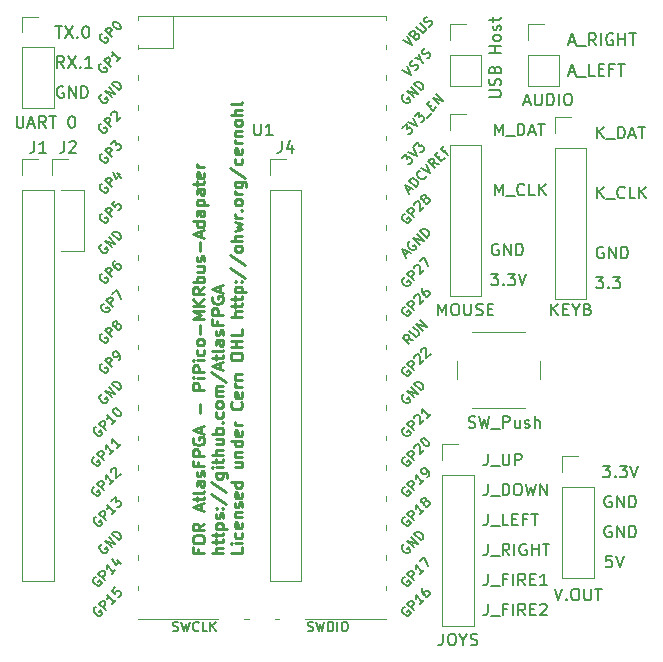
<source format=gto>
G04 #@! TF.GenerationSoftware,KiCad,Pcbnew,(6.0.0)*
G04 #@! TF.CreationDate,2022-03-22T13:40:09+01:00*
G04 #@! TF.ProjectId,atlas_pipico_v02,61746c61-735f-4706-9970-69636f5f7630,rev?*
G04 #@! TF.SameCoordinates,Original*
G04 #@! TF.FileFunction,Legend,Top*
G04 #@! TF.FilePolarity,Positive*
%FSLAX46Y46*%
G04 Gerber Fmt 4.6, Leading zero omitted, Abs format (unit mm)*
G04 Created by KiCad (PCBNEW (6.0.0)) date 2022-03-22 13:40:09*
%MOMM*%
%LPD*%
G01*
G04 APERTURE LIST*
%ADD10C,0.150000*%
%ADD11C,0.250000*%
%ADD12C,0.120000*%
%ADD13R,1.700000X1.700000*%
%ADD14O,1.700000X1.700000*%
%ADD15O,1.500000X1.500000*%
%ADD16O,1.800000X1.800000*%
%ADD17R,3.500000X1.700000*%
%ADD18R,1.700000X3.500000*%
%ADD19C,2.000000*%
G04 APERTURE END LIST*
D10*
X168259285Y-130262380D02*
X168259285Y-130976666D01*
X168211666Y-131119523D01*
X168116428Y-131214761D01*
X167973571Y-131262380D01*
X167878333Y-131262380D01*
X168925952Y-130262380D02*
X169116428Y-130262380D01*
X169211666Y-130310000D01*
X169306904Y-130405238D01*
X169354523Y-130595714D01*
X169354523Y-130929047D01*
X169306904Y-131119523D01*
X169211666Y-131214761D01*
X169116428Y-131262380D01*
X168925952Y-131262380D01*
X168830714Y-131214761D01*
X168735476Y-131119523D01*
X168687857Y-130929047D01*
X168687857Y-130595714D01*
X168735476Y-130405238D01*
X168830714Y-130310000D01*
X168925952Y-130262380D01*
X169973571Y-130786190D02*
X169973571Y-131262380D01*
X169640238Y-130262380D02*
X169973571Y-130786190D01*
X170306904Y-130262380D01*
X170592619Y-131214761D02*
X170735476Y-131262380D01*
X170973571Y-131262380D01*
X171068809Y-131214761D01*
X171116428Y-131167142D01*
X171164047Y-131071904D01*
X171164047Y-130976666D01*
X171116428Y-130881428D01*
X171068809Y-130833809D01*
X170973571Y-130786190D01*
X170783095Y-130738571D01*
X170687857Y-130690952D01*
X170640238Y-130643333D01*
X170592619Y-130548095D01*
X170592619Y-130452857D01*
X170640238Y-130357619D01*
X170687857Y-130310000D01*
X170783095Y-130262380D01*
X171021190Y-130262380D01*
X171164047Y-130310000D01*
X177427142Y-103322380D02*
X177427142Y-102322380D01*
X177998571Y-103322380D02*
X177570000Y-102750952D01*
X177998571Y-102322380D02*
X177427142Y-102893809D01*
X178427142Y-102798571D02*
X178760476Y-102798571D01*
X178903333Y-103322380D02*
X178427142Y-103322380D01*
X178427142Y-102322380D01*
X178903333Y-102322380D01*
X179522380Y-102846190D02*
X179522380Y-103322380D01*
X179189047Y-102322380D02*
X179522380Y-102846190D01*
X179855714Y-102322380D01*
X180522380Y-102798571D02*
X180665238Y-102846190D01*
X180712857Y-102893809D01*
X180760476Y-102989047D01*
X180760476Y-103131904D01*
X180712857Y-103227142D01*
X180665238Y-103274761D01*
X180570000Y-103322380D01*
X180189047Y-103322380D01*
X180189047Y-102322380D01*
X180522380Y-102322380D01*
X180617619Y-102370000D01*
X180665238Y-102417619D01*
X180712857Y-102512857D01*
X180712857Y-102608095D01*
X180665238Y-102703333D01*
X180617619Y-102750952D01*
X180522380Y-102798571D01*
X180189047Y-102798571D01*
X175141190Y-85256666D02*
X175617380Y-85256666D01*
X175045952Y-85542380D02*
X175379285Y-84542380D01*
X175712619Y-85542380D01*
X176045952Y-84542380D02*
X176045952Y-85351904D01*
X176093571Y-85447142D01*
X176141190Y-85494761D01*
X176236428Y-85542380D01*
X176426904Y-85542380D01*
X176522142Y-85494761D01*
X176569761Y-85447142D01*
X176617380Y-85351904D01*
X176617380Y-84542380D01*
X177093571Y-85542380D02*
X177093571Y-84542380D01*
X177331666Y-84542380D01*
X177474523Y-84590000D01*
X177569761Y-84685238D01*
X177617380Y-84780476D01*
X177665000Y-84970952D01*
X177665000Y-85113809D01*
X177617380Y-85304285D01*
X177569761Y-85399523D01*
X177474523Y-85494761D01*
X177331666Y-85542380D01*
X177093571Y-85542380D01*
X178093571Y-85542380D02*
X178093571Y-84542380D01*
X178760238Y-84542380D02*
X178950714Y-84542380D01*
X179045952Y-84590000D01*
X179141190Y-84685238D01*
X179188809Y-84875714D01*
X179188809Y-85209047D01*
X179141190Y-85399523D01*
X179045952Y-85494761D01*
X178950714Y-85542380D01*
X178760238Y-85542380D01*
X178665000Y-85494761D01*
X178569761Y-85399523D01*
X178522142Y-85209047D01*
X178522142Y-84875714D01*
X178569761Y-84685238D01*
X178665000Y-84590000D01*
X178760238Y-84542380D01*
X177705000Y-126452380D02*
X178038333Y-127452380D01*
X178371666Y-126452380D01*
X178705000Y-127357142D02*
X178752619Y-127404761D01*
X178705000Y-127452380D01*
X178657380Y-127404761D01*
X178705000Y-127357142D01*
X178705000Y-127452380D01*
X179371666Y-126452380D02*
X179562142Y-126452380D01*
X179657380Y-126500000D01*
X179752619Y-126595238D01*
X179800238Y-126785714D01*
X179800238Y-127119047D01*
X179752619Y-127309523D01*
X179657380Y-127404761D01*
X179562142Y-127452380D01*
X179371666Y-127452380D01*
X179276428Y-127404761D01*
X179181190Y-127309523D01*
X179133571Y-127119047D01*
X179133571Y-126785714D01*
X179181190Y-126595238D01*
X179276428Y-126500000D01*
X179371666Y-126452380D01*
X180228809Y-126452380D02*
X180228809Y-127261904D01*
X180276428Y-127357142D01*
X180324047Y-127404761D01*
X180419285Y-127452380D01*
X180609761Y-127452380D01*
X180705000Y-127404761D01*
X180752619Y-127357142D01*
X180800238Y-127261904D01*
X180800238Y-126452380D01*
X181133571Y-126452380D02*
X181705000Y-126452380D01*
X181419285Y-127452380D02*
X181419285Y-126452380D01*
X167870476Y-103322380D02*
X167870476Y-102322380D01*
X168203809Y-103036666D01*
X168537142Y-102322380D01*
X168537142Y-103322380D01*
X169203809Y-102322380D02*
X169394285Y-102322380D01*
X169489523Y-102370000D01*
X169584761Y-102465238D01*
X169632380Y-102655714D01*
X169632380Y-102989047D01*
X169584761Y-103179523D01*
X169489523Y-103274761D01*
X169394285Y-103322380D01*
X169203809Y-103322380D01*
X169108571Y-103274761D01*
X169013333Y-103179523D01*
X168965714Y-102989047D01*
X168965714Y-102655714D01*
X169013333Y-102465238D01*
X169108571Y-102370000D01*
X169203809Y-102322380D01*
X170060952Y-102322380D02*
X170060952Y-103131904D01*
X170108571Y-103227142D01*
X170156190Y-103274761D01*
X170251428Y-103322380D01*
X170441904Y-103322380D01*
X170537142Y-103274761D01*
X170584761Y-103227142D01*
X170632380Y-103131904D01*
X170632380Y-102322380D01*
X171060952Y-103274761D02*
X171203809Y-103322380D01*
X171441904Y-103322380D01*
X171537142Y-103274761D01*
X171584761Y-103227142D01*
X171632380Y-103131904D01*
X171632380Y-103036666D01*
X171584761Y-102941428D01*
X171537142Y-102893809D01*
X171441904Y-102846190D01*
X171251428Y-102798571D01*
X171156190Y-102750952D01*
X171108571Y-102703333D01*
X171060952Y-102608095D01*
X171060952Y-102512857D01*
X171108571Y-102417619D01*
X171156190Y-102370000D01*
X171251428Y-102322380D01*
X171489523Y-102322380D01*
X171632380Y-102370000D01*
X172060952Y-102798571D02*
X172394285Y-102798571D01*
X172537142Y-103322380D02*
X172060952Y-103322380D01*
X172060952Y-102322380D01*
X172537142Y-102322380D01*
D11*
X147543571Y-123091071D02*
X147543571Y-123424404D01*
X148067380Y-123424404D02*
X147067380Y-123424404D01*
X147067380Y-122948214D01*
X147067380Y-122376785D02*
X147067380Y-122186309D01*
X147115000Y-122091071D01*
X147210238Y-121995833D01*
X147400714Y-121948214D01*
X147734047Y-121948214D01*
X147924523Y-121995833D01*
X148019761Y-122091071D01*
X148067380Y-122186309D01*
X148067380Y-122376785D01*
X148019761Y-122472023D01*
X147924523Y-122567261D01*
X147734047Y-122614880D01*
X147400714Y-122614880D01*
X147210238Y-122567261D01*
X147115000Y-122472023D01*
X147067380Y-122376785D01*
X148067380Y-120948214D02*
X147591190Y-121281547D01*
X148067380Y-121519642D02*
X147067380Y-121519642D01*
X147067380Y-121138690D01*
X147115000Y-121043452D01*
X147162619Y-120995833D01*
X147257857Y-120948214D01*
X147400714Y-120948214D01*
X147495952Y-120995833D01*
X147543571Y-121043452D01*
X147591190Y-121138690D01*
X147591190Y-121519642D01*
X147781666Y-119805357D02*
X147781666Y-119329166D01*
X148067380Y-119900595D02*
X147067380Y-119567261D01*
X148067380Y-119233928D01*
X147400714Y-119043452D02*
X147400714Y-118662500D01*
X147067380Y-118900595D02*
X147924523Y-118900595D01*
X148019761Y-118852976D01*
X148067380Y-118757738D01*
X148067380Y-118662500D01*
X148067380Y-118186309D02*
X148019761Y-118281547D01*
X147924523Y-118329166D01*
X147067380Y-118329166D01*
X148067380Y-117376785D02*
X147543571Y-117376785D01*
X147448333Y-117424404D01*
X147400714Y-117519642D01*
X147400714Y-117710119D01*
X147448333Y-117805357D01*
X148019761Y-117376785D02*
X148067380Y-117472023D01*
X148067380Y-117710119D01*
X148019761Y-117805357D01*
X147924523Y-117852976D01*
X147829285Y-117852976D01*
X147734047Y-117805357D01*
X147686428Y-117710119D01*
X147686428Y-117472023D01*
X147638809Y-117376785D01*
X148019761Y-116948214D02*
X148067380Y-116852976D01*
X148067380Y-116662500D01*
X148019761Y-116567261D01*
X147924523Y-116519642D01*
X147876904Y-116519642D01*
X147781666Y-116567261D01*
X147734047Y-116662500D01*
X147734047Y-116805357D01*
X147686428Y-116900595D01*
X147591190Y-116948214D01*
X147543571Y-116948214D01*
X147448333Y-116900595D01*
X147400714Y-116805357D01*
X147400714Y-116662500D01*
X147448333Y-116567261D01*
X147543571Y-115757738D02*
X147543571Y-116091071D01*
X148067380Y-116091071D02*
X147067380Y-116091071D01*
X147067380Y-115614880D01*
X148067380Y-115233928D02*
X147067380Y-115233928D01*
X147067380Y-114852976D01*
X147115000Y-114757738D01*
X147162619Y-114710119D01*
X147257857Y-114662500D01*
X147400714Y-114662500D01*
X147495952Y-114710119D01*
X147543571Y-114757738D01*
X147591190Y-114852976D01*
X147591190Y-115233928D01*
X147115000Y-113710119D02*
X147067380Y-113805357D01*
X147067380Y-113948214D01*
X147115000Y-114091071D01*
X147210238Y-114186309D01*
X147305476Y-114233928D01*
X147495952Y-114281547D01*
X147638809Y-114281547D01*
X147829285Y-114233928D01*
X147924523Y-114186309D01*
X148019761Y-114091071D01*
X148067380Y-113948214D01*
X148067380Y-113852976D01*
X148019761Y-113710119D01*
X147972142Y-113662500D01*
X147638809Y-113662500D01*
X147638809Y-113852976D01*
X147781666Y-113281547D02*
X147781666Y-112805357D01*
X148067380Y-113376785D02*
X147067380Y-113043452D01*
X148067380Y-112710119D01*
X147686428Y-111614880D02*
X147686428Y-110852976D01*
X148067380Y-109614880D02*
X147067380Y-109614880D01*
X147067380Y-109233928D01*
X147115000Y-109138690D01*
X147162619Y-109091071D01*
X147257857Y-109043452D01*
X147400714Y-109043452D01*
X147495952Y-109091071D01*
X147543571Y-109138690D01*
X147591190Y-109233928D01*
X147591190Y-109614880D01*
X148067380Y-108614880D02*
X147400714Y-108614880D01*
X147067380Y-108614880D02*
X147115000Y-108662500D01*
X147162619Y-108614880D01*
X147115000Y-108567261D01*
X147067380Y-108614880D01*
X147162619Y-108614880D01*
X148067380Y-108138690D02*
X147067380Y-108138690D01*
X147067380Y-107757738D01*
X147115000Y-107662500D01*
X147162619Y-107614880D01*
X147257857Y-107567261D01*
X147400714Y-107567261D01*
X147495952Y-107614880D01*
X147543571Y-107662500D01*
X147591190Y-107757738D01*
X147591190Y-108138690D01*
X148067380Y-107138690D02*
X147400714Y-107138690D01*
X147067380Y-107138690D02*
X147115000Y-107186309D01*
X147162619Y-107138690D01*
X147115000Y-107091071D01*
X147067380Y-107138690D01*
X147162619Y-107138690D01*
X148019761Y-106233928D02*
X148067380Y-106329166D01*
X148067380Y-106519642D01*
X148019761Y-106614880D01*
X147972142Y-106662500D01*
X147876904Y-106710119D01*
X147591190Y-106710119D01*
X147495952Y-106662500D01*
X147448333Y-106614880D01*
X147400714Y-106519642D01*
X147400714Y-106329166D01*
X147448333Y-106233928D01*
X148067380Y-105662500D02*
X148019761Y-105757738D01*
X147972142Y-105805357D01*
X147876904Y-105852976D01*
X147591190Y-105852976D01*
X147495952Y-105805357D01*
X147448333Y-105757738D01*
X147400714Y-105662500D01*
X147400714Y-105519642D01*
X147448333Y-105424404D01*
X147495952Y-105376785D01*
X147591190Y-105329166D01*
X147876904Y-105329166D01*
X147972142Y-105376785D01*
X148019761Y-105424404D01*
X148067380Y-105519642D01*
X148067380Y-105662500D01*
X147686428Y-104900595D02*
X147686428Y-104138690D01*
X148067380Y-103662500D02*
X147067380Y-103662500D01*
X147781666Y-103329166D01*
X147067380Y-102995833D01*
X148067380Y-102995833D01*
X148067380Y-102519642D02*
X147067380Y-102519642D01*
X148067380Y-101948214D02*
X147495952Y-102376785D01*
X147067380Y-101948214D02*
X147638809Y-102519642D01*
X148067380Y-100948214D02*
X147591190Y-101281547D01*
X148067380Y-101519642D02*
X147067380Y-101519642D01*
X147067380Y-101138690D01*
X147115000Y-101043452D01*
X147162619Y-100995833D01*
X147257857Y-100948214D01*
X147400714Y-100948214D01*
X147495952Y-100995833D01*
X147543571Y-101043452D01*
X147591190Y-101138690D01*
X147591190Y-101519642D01*
X148067380Y-100519642D02*
X147067380Y-100519642D01*
X147448333Y-100519642D02*
X147400714Y-100424404D01*
X147400714Y-100233928D01*
X147448333Y-100138690D01*
X147495952Y-100091071D01*
X147591190Y-100043452D01*
X147876904Y-100043452D01*
X147972142Y-100091071D01*
X148019761Y-100138690D01*
X148067380Y-100233928D01*
X148067380Y-100424404D01*
X148019761Y-100519642D01*
X147400714Y-99186309D02*
X148067380Y-99186309D01*
X147400714Y-99614880D02*
X147924523Y-99614880D01*
X148019761Y-99567261D01*
X148067380Y-99472023D01*
X148067380Y-99329166D01*
X148019761Y-99233928D01*
X147972142Y-99186309D01*
X148019761Y-98757738D02*
X148067380Y-98662500D01*
X148067380Y-98472023D01*
X148019761Y-98376785D01*
X147924523Y-98329166D01*
X147876904Y-98329166D01*
X147781666Y-98376785D01*
X147734047Y-98472023D01*
X147734047Y-98614880D01*
X147686428Y-98710119D01*
X147591190Y-98757738D01*
X147543571Y-98757738D01*
X147448333Y-98710119D01*
X147400714Y-98614880D01*
X147400714Y-98472023D01*
X147448333Y-98376785D01*
X147686428Y-97900595D02*
X147686428Y-97138690D01*
X147781666Y-96710119D02*
X147781666Y-96233928D01*
X148067380Y-96805357D02*
X147067380Y-96472023D01*
X148067380Y-96138690D01*
X148067380Y-95376785D02*
X147067380Y-95376785D01*
X148019761Y-95376785D02*
X148067380Y-95472023D01*
X148067380Y-95662500D01*
X148019761Y-95757738D01*
X147972142Y-95805357D01*
X147876904Y-95852976D01*
X147591190Y-95852976D01*
X147495952Y-95805357D01*
X147448333Y-95757738D01*
X147400714Y-95662500D01*
X147400714Y-95472023D01*
X147448333Y-95376785D01*
X148067380Y-94472023D02*
X147543571Y-94472023D01*
X147448333Y-94519642D01*
X147400714Y-94614880D01*
X147400714Y-94805357D01*
X147448333Y-94900595D01*
X148019761Y-94472023D02*
X148067380Y-94567261D01*
X148067380Y-94805357D01*
X148019761Y-94900595D01*
X147924523Y-94948214D01*
X147829285Y-94948214D01*
X147734047Y-94900595D01*
X147686428Y-94805357D01*
X147686428Y-94567261D01*
X147638809Y-94472023D01*
X147400714Y-93995833D02*
X148400714Y-93995833D01*
X147448333Y-93995833D02*
X147400714Y-93900595D01*
X147400714Y-93710119D01*
X147448333Y-93614880D01*
X147495952Y-93567261D01*
X147591190Y-93519642D01*
X147876904Y-93519642D01*
X147972142Y-93567261D01*
X148019761Y-93614880D01*
X148067380Y-93710119D01*
X148067380Y-93900595D01*
X148019761Y-93995833D01*
X148067380Y-92662500D02*
X147543571Y-92662500D01*
X147448333Y-92710119D01*
X147400714Y-92805357D01*
X147400714Y-92995833D01*
X147448333Y-93091071D01*
X148019761Y-92662500D02*
X148067380Y-92757738D01*
X148067380Y-92995833D01*
X148019761Y-93091071D01*
X147924523Y-93138690D01*
X147829285Y-93138690D01*
X147734047Y-93091071D01*
X147686428Y-92995833D01*
X147686428Y-92757738D01*
X147638809Y-92662500D01*
X147400714Y-92329166D02*
X147400714Y-91948214D01*
X147067380Y-92186309D02*
X147924523Y-92186309D01*
X148019761Y-92138690D01*
X148067380Y-92043452D01*
X148067380Y-91948214D01*
X148019761Y-91233928D02*
X148067380Y-91329166D01*
X148067380Y-91519642D01*
X148019761Y-91614880D01*
X147924523Y-91662500D01*
X147543571Y-91662500D01*
X147448333Y-91614880D01*
X147400714Y-91519642D01*
X147400714Y-91329166D01*
X147448333Y-91233928D01*
X147543571Y-91186309D01*
X147638809Y-91186309D01*
X147734047Y-91662500D01*
X148067380Y-90757738D02*
X147400714Y-90757738D01*
X147591190Y-90757738D02*
X147495952Y-90710119D01*
X147448333Y-90662500D01*
X147400714Y-90567261D01*
X147400714Y-90472023D01*
X149677380Y-123424404D02*
X148677380Y-123424404D01*
X149677380Y-122995833D02*
X149153571Y-122995833D01*
X149058333Y-123043452D01*
X149010714Y-123138690D01*
X149010714Y-123281547D01*
X149058333Y-123376785D01*
X149105952Y-123424404D01*
X149010714Y-122662500D02*
X149010714Y-122281547D01*
X148677380Y-122519642D02*
X149534523Y-122519642D01*
X149629761Y-122472023D01*
X149677380Y-122376785D01*
X149677380Y-122281547D01*
X149010714Y-122091071D02*
X149010714Y-121710119D01*
X148677380Y-121948214D02*
X149534523Y-121948214D01*
X149629761Y-121900595D01*
X149677380Y-121805357D01*
X149677380Y-121710119D01*
X149010714Y-121376785D02*
X150010714Y-121376785D01*
X149058333Y-121376785D02*
X149010714Y-121281547D01*
X149010714Y-121091071D01*
X149058333Y-120995833D01*
X149105952Y-120948214D01*
X149201190Y-120900595D01*
X149486904Y-120900595D01*
X149582142Y-120948214D01*
X149629761Y-120995833D01*
X149677380Y-121091071D01*
X149677380Y-121281547D01*
X149629761Y-121376785D01*
X149629761Y-120519642D02*
X149677380Y-120424404D01*
X149677380Y-120233928D01*
X149629761Y-120138690D01*
X149534523Y-120091071D01*
X149486904Y-120091071D01*
X149391666Y-120138690D01*
X149344047Y-120233928D01*
X149344047Y-120376785D01*
X149296428Y-120472023D01*
X149201190Y-120519642D01*
X149153571Y-120519642D01*
X149058333Y-120472023D01*
X149010714Y-120376785D01*
X149010714Y-120233928D01*
X149058333Y-120138690D01*
X149582142Y-119662500D02*
X149629761Y-119614880D01*
X149677380Y-119662500D01*
X149629761Y-119710119D01*
X149582142Y-119662500D01*
X149677380Y-119662500D01*
X149058333Y-119662500D02*
X149105952Y-119614880D01*
X149153571Y-119662500D01*
X149105952Y-119710119D01*
X149058333Y-119662500D01*
X149153571Y-119662500D01*
X148629761Y-118472023D02*
X149915476Y-119329166D01*
X148629761Y-117424404D02*
X149915476Y-118281547D01*
X149010714Y-116662500D02*
X149820238Y-116662500D01*
X149915476Y-116710119D01*
X149963095Y-116757738D01*
X150010714Y-116852976D01*
X150010714Y-116995833D01*
X149963095Y-117091071D01*
X149629761Y-116662500D02*
X149677380Y-116757738D01*
X149677380Y-116948214D01*
X149629761Y-117043452D01*
X149582142Y-117091071D01*
X149486904Y-117138690D01*
X149201190Y-117138690D01*
X149105952Y-117091071D01*
X149058333Y-117043452D01*
X149010714Y-116948214D01*
X149010714Y-116757738D01*
X149058333Y-116662500D01*
X149677380Y-116186309D02*
X149010714Y-116186309D01*
X148677380Y-116186309D02*
X148725000Y-116233928D01*
X148772619Y-116186309D01*
X148725000Y-116138690D01*
X148677380Y-116186309D01*
X148772619Y-116186309D01*
X149010714Y-115852976D02*
X149010714Y-115472023D01*
X148677380Y-115710119D02*
X149534523Y-115710119D01*
X149629761Y-115662500D01*
X149677380Y-115567261D01*
X149677380Y-115472023D01*
X149677380Y-115138690D02*
X148677380Y-115138690D01*
X149677380Y-114710119D02*
X149153571Y-114710119D01*
X149058333Y-114757738D01*
X149010714Y-114852976D01*
X149010714Y-114995833D01*
X149058333Y-115091071D01*
X149105952Y-115138690D01*
X149010714Y-113805357D02*
X149677380Y-113805357D01*
X149010714Y-114233928D02*
X149534523Y-114233928D01*
X149629761Y-114186309D01*
X149677380Y-114091071D01*
X149677380Y-113948214D01*
X149629761Y-113852976D01*
X149582142Y-113805357D01*
X149677380Y-113329166D02*
X148677380Y-113329166D01*
X149058333Y-113329166D02*
X149010714Y-113233928D01*
X149010714Y-113043452D01*
X149058333Y-112948214D01*
X149105952Y-112900595D01*
X149201190Y-112852976D01*
X149486904Y-112852976D01*
X149582142Y-112900595D01*
X149629761Y-112948214D01*
X149677380Y-113043452D01*
X149677380Y-113233928D01*
X149629761Y-113329166D01*
X149582142Y-112424404D02*
X149629761Y-112376785D01*
X149677380Y-112424404D01*
X149629761Y-112472023D01*
X149582142Y-112424404D01*
X149677380Y-112424404D01*
X149629761Y-111519642D02*
X149677380Y-111614880D01*
X149677380Y-111805357D01*
X149629761Y-111900595D01*
X149582142Y-111948214D01*
X149486904Y-111995833D01*
X149201190Y-111995833D01*
X149105952Y-111948214D01*
X149058333Y-111900595D01*
X149010714Y-111805357D01*
X149010714Y-111614880D01*
X149058333Y-111519642D01*
X149677380Y-110948214D02*
X149629761Y-111043452D01*
X149582142Y-111091071D01*
X149486904Y-111138690D01*
X149201190Y-111138690D01*
X149105952Y-111091071D01*
X149058333Y-111043452D01*
X149010714Y-110948214D01*
X149010714Y-110805357D01*
X149058333Y-110710119D01*
X149105952Y-110662500D01*
X149201190Y-110614880D01*
X149486904Y-110614880D01*
X149582142Y-110662500D01*
X149629761Y-110710119D01*
X149677380Y-110805357D01*
X149677380Y-110948214D01*
X149677380Y-110186309D02*
X149010714Y-110186309D01*
X149105952Y-110186309D02*
X149058333Y-110138690D01*
X149010714Y-110043452D01*
X149010714Y-109900595D01*
X149058333Y-109805357D01*
X149153571Y-109757738D01*
X149677380Y-109757738D01*
X149153571Y-109757738D02*
X149058333Y-109710119D01*
X149010714Y-109614880D01*
X149010714Y-109472023D01*
X149058333Y-109376785D01*
X149153571Y-109329166D01*
X149677380Y-109329166D01*
X148629761Y-108138690D02*
X149915476Y-108995833D01*
X149391666Y-107852976D02*
X149391666Y-107376785D01*
X149677380Y-107948214D02*
X148677380Y-107614880D01*
X149677380Y-107281547D01*
X149010714Y-107091071D02*
X149010714Y-106710119D01*
X148677380Y-106948214D02*
X149534523Y-106948214D01*
X149629761Y-106900595D01*
X149677380Y-106805357D01*
X149677380Y-106710119D01*
X149677380Y-106233928D02*
X149629761Y-106329166D01*
X149534523Y-106376785D01*
X148677380Y-106376785D01*
X149677380Y-105424404D02*
X149153571Y-105424404D01*
X149058333Y-105472023D01*
X149010714Y-105567261D01*
X149010714Y-105757738D01*
X149058333Y-105852976D01*
X149629761Y-105424404D02*
X149677380Y-105519642D01*
X149677380Y-105757738D01*
X149629761Y-105852976D01*
X149534523Y-105900595D01*
X149439285Y-105900595D01*
X149344047Y-105852976D01*
X149296428Y-105757738D01*
X149296428Y-105519642D01*
X149248809Y-105424404D01*
X149629761Y-104995833D02*
X149677380Y-104900595D01*
X149677380Y-104710119D01*
X149629761Y-104614880D01*
X149534523Y-104567261D01*
X149486904Y-104567261D01*
X149391666Y-104614880D01*
X149344047Y-104710119D01*
X149344047Y-104852976D01*
X149296428Y-104948214D01*
X149201190Y-104995833D01*
X149153571Y-104995833D01*
X149058333Y-104948214D01*
X149010714Y-104852976D01*
X149010714Y-104710119D01*
X149058333Y-104614880D01*
X149153571Y-103805357D02*
X149153571Y-104138690D01*
X149677380Y-104138690D02*
X148677380Y-104138690D01*
X148677380Y-103662500D01*
X149677380Y-103281547D02*
X148677380Y-103281547D01*
X148677380Y-102900595D01*
X148725000Y-102805357D01*
X148772619Y-102757738D01*
X148867857Y-102710119D01*
X149010714Y-102710119D01*
X149105952Y-102757738D01*
X149153571Y-102805357D01*
X149201190Y-102900595D01*
X149201190Y-103281547D01*
X148725000Y-101757738D02*
X148677380Y-101852976D01*
X148677380Y-101995833D01*
X148725000Y-102138690D01*
X148820238Y-102233928D01*
X148915476Y-102281547D01*
X149105952Y-102329166D01*
X149248809Y-102329166D01*
X149439285Y-102281547D01*
X149534523Y-102233928D01*
X149629761Y-102138690D01*
X149677380Y-101995833D01*
X149677380Y-101900595D01*
X149629761Y-101757738D01*
X149582142Y-101710119D01*
X149248809Y-101710119D01*
X149248809Y-101900595D01*
X149391666Y-101329166D02*
X149391666Y-100852976D01*
X149677380Y-101424404D02*
X148677380Y-101091071D01*
X149677380Y-100757738D01*
X151287380Y-122948214D02*
X151287380Y-123424404D01*
X150287380Y-123424404D01*
X151287380Y-122614880D02*
X150620714Y-122614880D01*
X150287380Y-122614880D02*
X150335000Y-122662500D01*
X150382619Y-122614880D01*
X150335000Y-122567261D01*
X150287380Y-122614880D01*
X150382619Y-122614880D01*
X151239761Y-121710119D02*
X151287380Y-121805357D01*
X151287380Y-121995833D01*
X151239761Y-122091071D01*
X151192142Y-122138690D01*
X151096904Y-122186309D01*
X150811190Y-122186309D01*
X150715952Y-122138690D01*
X150668333Y-122091071D01*
X150620714Y-121995833D01*
X150620714Y-121805357D01*
X150668333Y-121710119D01*
X151239761Y-120900595D02*
X151287380Y-120995833D01*
X151287380Y-121186309D01*
X151239761Y-121281547D01*
X151144523Y-121329166D01*
X150763571Y-121329166D01*
X150668333Y-121281547D01*
X150620714Y-121186309D01*
X150620714Y-120995833D01*
X150668333Y-120900595D01*
X150763571Y-120852976D01*
X150858809Y-120852976D01*
X150954047Y-121329166D01*
X150620714Y-120424404D02*
X151287380Y-120424404D01*
X150715952Y-120424404D02*
X150668333Y-120376785D01*
X150620714Y-120281547D01*
X150620714Y-120138690D01*
X150668333Y-120043452D01*
X150763571Y-119995833D01*
X151287380Y-119995833D01*
X151239761Y-119567261D02*
X151287380Y-119472023D01*
X151287380Y-119281547D01*
X151239761Y-119186309D01*
X151144523Y-119138690D01*
X151096904Y-119138690D01*
X151001666Y-119186309D01*
X150954047Y-119281547D01*
X150954047Y-119424404D01*
X150906428Y-119519642D01*
X150811190Y-119567261D01*
X150763571Y-119567261D01*
X150668333Y-119519642D01*
X150620714Y-119424404D01*
X150620714Y-119281547D01*
X150668333Y-119186309D01*
X151239761Y-118329166D02*
X151287380Y-118424404D01*
X151287380Y-118614880D01*
X151239761Y-118710119D01*
X151144523Y-118757738D01*
X150763571Y-118757738D01*
X150668333Y-118710119D01*
X150620714Y-118614880D01*
X150620714Y-118424404D01*
X150668333Y-118329166D01*
X150763571Y-118281547D01*
X150858809Y-118281547D01*
X150954047Y-118757738D01*
X151287380Y-117424404D02*
X150287380Y-117424404D01*
X151239761Y-117424404D02*
X151287380Y-117519642D01*
X151287380Y-117710119D01*
X151239761Y-117805357D01*
X151192142Y-117852976D01*
X151096904Y-117900595D01*
X150811190Y-117900595D01*
X150715952Y-117852976D01*
X150668333Y-117805357D01*
X150620714Y-117710119D01*
X150620714Y-117519642D01*
X150668333Y-117424404D01*
X150620714Y-115757738D02*
X151287380Y-115757738D01*
X150620714Y-116186309D02*
X151144523Y-116186309D01*
X151239761Y-116138690D01*
X151287380Y-116043452D01*
X151287380Y-115900595D01*
X151239761Y-115805357D01*
X151192142Y-115757738D01*
X150620714Y-115281547D02*
X151287380Y-115281547D01*
X150715952Y-115281547D02*
X150668333Y-115233928D01*
X150620714Y-115138690D01*
X150620714Y-114995833D01*
X150668333Y-114900595D01*
X150763571Y-114852976D01*
X151287380Y-114852976D01*
X151287380Y-113948214D02*
X150287380Y-113948214D01*
X151239761Y-113948214D02*
X151287380Y-114043452D01*
X151287380Y-114233928D01*
X151239761Y-114329166D01*
X151192142Y-114376785D01*
X151096904Y-114424404D01*
X150811190Y-114424404D01*
X150715952Y-114376785D01*
X150668333Y-114329166D01*
X150620714Y-114233928D01*
X150620714Y-114043452D01*
X150668333Y-113948214D01*
X151239761Y-113091071D02*
X151287380Y-113186309D01*
X151287380Y-113376785D01*
X151239761Y-113472023D01*
X151144523Y-113519642D01*
X150763571Y-113519642D01*
X150668333Y-113472023D01*
X150620714Y-113376785D01*
X150620714Y-113186309D01*
X150668333Y-113091071D01*
X150763571Y-113043452D01*
X150858809Y-113043452D01*
X150954047Y-113519642D01*
X151287380Y-112614880D02*
X150620714Y-112614880D01*
X150811190Y-112614880D02*
X150715952Y-112567261D01*
X150668333Y-112519642D01*
X150620714Y-112424404D01*
X150620714Y-112329166D01*
X151192142Y-110662500D02*
X151239761Y-110710119D01*
X151287380Y-110852976D01*
X151287380Y-110948214D01*
X151239761Y-111091071D01*
X151144523Y-111186309D01*
X151049285Y-111233928D01*
X150858809Y-111281547D01*
X150715952Y-111281547D01*
X150525476Y-111233928D01*
X150430238Y-111186309D01*
X150335000Y-111091071D01*
X150287380Y-110948214D01*
X150287380Y-110852976D01*
X150335000Y-110710119D01*
X150382619Y-110662500D01*
X151239761Y-109852976D02*
X151287380Y-109948214D01*
X151287380Y-110138690D01*
X151239761Y-110233928D01*
X151144523Y-110281547D01*
X150763571Y-110281547D01*
X150668333Y-110233928D01*
X150620714Y-110138690D01*
X150620714Y-109948214D01*
X150668333Y-109852976D01*
X150763571Y-109805357D01*
X150858809Y-109805357D01*
X150954047Y-110281547D01*
X151287380Y-109376785D02*
X150620714Y-109376785D01*
X150811190Y-109376785D02*
X150715952Y-109329166D01*
X150668333Y-109281547D01*
X150620714Y-109186309D01*
X150620714Y-109091071D01*
X150620714Y-108757738D02*
X151287380Y-108757738D01*
X150715952Y-108757738D02*
X150668333Y-108710119D01*
X150620714Y-108614880D01*
X150620714Y-108472023D01*
X150668333Y-108376785D01*
X150763571Y-108329166D01*
X151287380Y-108329166D01*
X150287380Y-106900595D02*
X150287380Y-106710119D01*
X150335000Y-106614880D01*
X150430238Y-106519642D01*
X150620714Y-106472023D01*
X150954047Y-106472023D01*
X151144523Y-106519642D01*
X151239761Y-106614880D01*
X151287380Y-106710119D01*
X151287380Y-106900595D01*
X151239761Y-106995833D01*
X151144523Y-107091071D01*
X150954047Y-107138690D01*
X150620714Y-107138690D01*
X150430238Y-107091071D01*
X150335000Y-106995833D01*
X150287380Y-106900595D01*
X151287380Y-106043452D02*
X150287380Y-106043452D01*
X150763571Y-106043452D02*
X150763571Y-105472023D01*
X151287380Y-105472023D02*
X150287380Y-105472023D01*
X151287380Y-104519642D02*
X151287380Y-104995833D01*
X150287380Y-104995833D01*
X151287380Y-103424404D02*
X150287380Y-103424404D01*
X151287380Y-102995833D02*
X150763571Y-102995833D01*
X150668333Y-103043452D01*
X150620714Y-103138690D01*
X150620714Y-103281547D01*
X150668333Y-103376785D01*
X150715952Y-103424404D01*
X150620714Y-102662500D02*
X150620714Y-102281547D01*
X150287380Y-102519642D02*
X151144523Y-102519642D01*
X151239761Y-102472023D01*
X151287380Y-102376785D01*
X151287380Y-102281547D01*
X150620714Y-102091071D02*
X150620714Y-101710119D01*
X150287380Y-101948214D02*
X151144523Y-101948214D01*
X151239761Y-101900595D01*
X151287380Y-101805357D01*
X151287380Y-101710119D01*
X150620714Y-101376785D02*
X151620714Y-101376785D01*
X150668333Y-101376785D02*
X150620714Y-101281547D01*
X150620714Y-101091071D01*
X150668333Y-100995833D01*
X150715952Y-100948214D01*
X150811190Y-100900595D01*
X151096904Y-100900595D01*
X151192142Y-100948214D01*
X151239761Y-100995833D01*
X151287380Y-101091071D01*
X151287380Y-101281547D01*
X151239761Y-101376785D01*
X151192142Y-100472023D02*
X151239761Y-100424404D01*
X151287380Y-100472023D01*
X151239761Y-100519642D01*
X151192142Y-100472023D01*
X151287380Y-100472023D01*
X150668333Y-100472023D02*
X150715952Y-100424404D01*
X150763571Y-100472023D01*
X150715952Y-100519642D01*
X150668333Y-100472023D01*
X150763571Y-100472023D01*
X150239761Y-99281547D02*
X151525476Y-100138690D01*
X150239761Y-98233928D02*
X151525476Y-99091071D01*
X151287380Y-97757738D02*
X151239761Y-97852976D01*
X151192142Y-97900595D01*
X151096904Y-97948214D01*
X150811190Y-97948214D01*
X150715952Y-97900595D01*
X150668333Y-97852976D01*
X150620714Y-97757738D01*
X150620714Y-97614880D01*
X150668333Y-97519642D01*
X150715952Y-97472023D01*
X150811190Y-97424404D01*
X151096904Y-97424404D01*
X151192142Y-97472023D01*
X151239761Y-97519642D01*
X151287380Y-97614880D01*
X151287380Y-97757738D01*
X151287380Y-96995833D02*
X150287380Y-96995833D01*
X151287380Y-96567261D02*
X150763571Y-96567261D01*
X150668333Y-96614880D01*
X150620714Y-96710119D01*
X150620714Y-96852976D01*
X150668333Y-96948214D01*
X150715952Y-96995833D01*
X150620714Y-96186309D02*
X151287380Y-95995833D01*
X150811190Y-95805357D01*
X151287380Y-95614880D01*
X150620714Y-95424404D01*
X151287380Y-95043452D02*
X150620714Y-95043452D01*
X150811190Y-95043452D02*
X150715952Y-94995833D01*
X150668333Y-94948214D01*
X150620714Y-94852976D01*
X150620714Y-94757738D01*
X151192142Y-94424404D02*
X151239761Y-94376785D01*
X151287380Y-94424404D01*
X151239761Y-94472023D01*
X151192142Y-94424404D01*
X151287380Y-94424404D01*
X151287380Y-93805357D02*
X151239761Y-93900595D01*
X151192142Y-93948214D01*
X151096904Y-93995833D01*
X150811190Y-93995833D01*
X150715952Y-93948214D01*
X150668333Y-93900595D01*
X150620714Y-93805357D01*
X150620714Y-93662500D01*
X150668333Y-93567261D01*
X150715952Y-93519642D01*
X150811190Y-93472023D01*
X151096904Y-93472023D01*
X151192142Y-93519642D01*
X151239761Y-93567261D01*
X151287380Y-93662500D01*
X151287380Y-93805357D01*
X151287380Y-93043452D02*
X150620714Y-93043452D01*
X150811190Y-93043452D02*
X150715952Y-92995833D01*
X150668333Y-92948214D01*
X150620714Y-92852976D01*
X150620714Y-92757738D01*
X150620714Y-91995833D02*
X151430238Y-91995833D01*
X151525476Y-92043452D01*
X151573095Y-92091071D01*
X151620714Y-92186309D01*
X151620714Y-92329166D01*
X151573095Y-92424404D01*
X151239761Y-91995833D02*
X151287380Y-92091071D01*
X151287380Y-92281547D01*
X151239761Y-92376785D01*
X151192142Y-92424404D01*
X151096904Y-92472023D01*
X150811190Y-92472023D01*
X150715952Y-92424404D01*
X150668333Y-92376785D01*
X150620714Y-92281547D01*
X150620714Y-92091071D01*
X150668333Y-91995833D01*
X150239761Y-90805357D02*
X151525476Y-91662500D01*
X151239761Y-90043452D02*
X151287380Y-90138690D01*
X151287380Y-90329166D01*
X151239761Y-90424404D01*
X151192142Y-90472023D01*
X151096904Y-90519642D01*
X150811190Y-90519642D01*
X150715952Y-90472023D01*
X150668333Y-90424404D01*
X150620714Y-90329166D01*
X150620714Y-90138690D01*
X150668333Y-90043452D01*
X151239761Y-89233928D02*
X151287380Y-89329166D01*
X151287380Y-89519642D01*
X151239761Y-89614880D01*
X151144523Y-89662500D01*
X150763571Y-89662500D01*
X150668333Y-89614880D01*
X150620714Y-89519642D01*
X150620714Y-89329166D01*
X150668333Y-89233928D01*
X150763571Y-89186309D01*
X150858809Y-89186309D01*
X150954047Y-89662500D01*
X151287380Y-88757738D02*
X150620714Y-88757738D01*
X150811190Y-88757738D02*
X150715952Y-88710119D01*
X150668333Y-88662500D01*
X150620714Y-88567261D01*
X150620714Y-88472023D01*
X150620714Y-88138690D02*
X151287380Y-88138690D01*
X150715952Y-88138690D02*
X150668333Y-88091071D01*
X150620714Y-87995833D01*
X150620714Y-87852976D01*
X150668333Y-87757738D01*
X150763571Y-87710119D01*
X151287380Y-87710119D01*
X151287380Y-87091071D02*
X151239761Y-87186309D01*
X151192142Y-87233928D01*
X151096904Y-87281547D01*
X150811190Y-87281547D01*
X150715952Y-87233928D01*
X150668333Y-87186309D01*
X150620714Y-87091071D01*
X150620714Y-86948214D01*
X150668333Y-86852976D01*
X150715952Y-86805357D01*
X150811190Y-86757738D01*
X151096904Y-86757738D01*
X151192142Y-86805357D01*
X151239761Y-86852976D01*
X151287380Y-86948214D01*
X151287380Y-87091071D01*
X151287380Y-86329166D02*
X150287380Y-86329166D01*
X151287380Y-85900595D02*
X150763571Y-85900595D01*
X150668333Y-85948214D01*
X150620714Y-86043452D01*
X150620714Y-86186309D01*
X150668333Y-86281547D01*
X150715952Y-86329166D01*
X151287380Y-85281547D02*
X151239761Y-85376785D01*
X151144523Y-85424404D01*
X150287380Y-85424404D01*
D10*
X181310595Y-88336380D02*
X181310595Y-87336380D01*
X181882023Y-88336380D02*
X181453452Y-87764952D01*
X181882023Y-87336380D02*
X181310595Y-87907809D01*
X182072500Y-88431619D02*
X182834404Y-88431619D01*
X183072500Y-88336380D02*
X183072500Y-87336380D01*
X183310595Y-87336380D01*
X183453452Y-87384000D01*
X183548690Y-87479238D01*
X183596309Y-87574476D01*
X183643928Y-87764952D01*
X183643928Y-87907809D01*
X183596309Y-88098285D01*
X183548690Y-88193523D01*
X183453452Y-88288761D01*
X183310595Y-88336380D01*
X183072500Y-88336380D01*
X184024880Y-88050666D02*
X184501071Y-88050666D01*
X183929642Y-88336380D02*
X184262976Y-87336380D01*
X184596309Y-88336380D01*
X184786785Y-87336380D02*
X185358214Y-87336380D01*
X185072500Y-88336380D02*
X185072500Y-87336380D01*
X181310595Y-93416380D02*
X181310595Y-92416380D01*
X181882023Y-93416380D02*
X181453452Y-92844952D01*
X181882023Y-92416380D02*
X181310595Y-92987809D01*
X182072500Y-93511619D02*
X182834404Y-93511619D01*
X183643928Y-93321142D02*
X183596309Y-93368761D01*
X183453452Y-93416380D01*
X183358214Y-93416380D01*
X183215357Y-93368761D01*
X183120119Y-93273523D01*
X183072500Y-93178285D01*
X183024880Y-92987809D01*
X183024880Y-92844952D01*
X183072500Y-92654476D01*
X183120119Y-92559238D01*
X183215357Y-92464000D01*
X183358214Y-92416380D01*
X183453452Y-92416380D01*
X183596309Y-92464000D01*
X183643928Y-92511619D01*
X184548690Y-93416380D02*
X184072500Y-93416380D01*
X184072500Y-92416380D01*
X184882023Y-93416380D02*
X184882023Y-92416380D01*
X185453452Y-93416380D02*
X185024880Y-92844952D01*
X185453452Y-92416380D02*
X184882023Y-92987809D01*
X181834404Y-97544000D02*
X181739166Y-97496380D01*
X181596309Y-97496380D01*
X181453452Y-97544000D01*
X181358214Y-97639238D01*
X181310595Y-97734476D01*
X181262976Y-97924952D01*
X181262976Y-98067809D01*
X181310595Y-98258285D01*
X181358214Y-98353523D01*
X181453452Y-98448761D01*
X181596309Y-98496380D01*
X181691547Y-98496380D01*
X181834404Y-98448761D01*
X181882023Y-98401142D01*
X181882023Y-98067809D01*
X181691547Y-98067809D01*
X182310595Y-98496380D02*
X182310595Y-97496380D01*
X182882023Y-98496380D01*
X182882023Y-97496380D01*
X183358214Y-98496380D02*
X183358214Y-97496380D01*
X183596309Y-97496380D01*
X183739166Y-97544000D01*
X183834404Y-97639238D01*
X183882023Y-97734476D01*
X183929642Y-97924952D01*
X183929642Y-98067809D01*
X183882023Y-98258285D01*
X183834404Y-98353523D01*
X183739166Y-98448761D01*
X183596309Y-98496380D01*
X183358214Y-98496380D01*
X181215357Y-100036380D02*
X181834404Y-100036380D01*
X181501071Y-100417333D01*
X181643928Y-100417333D01*
X181739166Y-100464952D01*
X181786785Y-100512571D01*
X181834404Y-100607809D01*
X181834404Y-100845904D01*
X181786785Y-100941142D01*
X181739166Y-100988761D01*
X181643928Y-101036380D01*
X181358214Y-101036380D01*
X181262976Y-100988761D01*
X181215357Y-100941142D01*
X182262976Y-100941142D02*
X182310595Y-100988761D01*
X182262976Y-101036380D01*
X182215357Y-100988761D01*
X182262976Y-100941142D01*
X182262976Y-101036380D01*
X182643928Y-100036380D02*
X183262976Y-100036380D01*
X182929642Y-100417333D01*
X183072500Y-100417333D01*
X183167738Y-100464952D01*
X183215357Y-100512571D01*
X183262976Y-100607809D01*
X183262976Y-100845904D01*
X183215357Y-100941142D01*
X183167738Y-100988761D01*
X183072500Y-101036380D01*
X182786785Y-101036380D01*
X182691547Y-100988761D01*
X182643928Y-100941142D01*
X133651666Y-88562380D02*
X133651666Y-89276666D01*
X133604047Y-89419523D01*
X133508809Y-89514761D01*
X133365952Y-89562380D01*
X133270714Y-89562380D01*
X134651666Y-89562380D02*
X134080238Y-89562380D01*
X134365952Y-89562380D02*
X134365952Y-88562380D01*
X134270714Y-88705238D01*
X134175476Y-88800476D01*
X134080238Y-88848095D01*
X152273095Y-87082380D02*
X152273095Y-87891904D01*
X152320714Y-87987142D01*
X152368333Y-88034761D01*
X152463571Y-88082380D01*
X152654047Y-88082380D01*
X152749285Y-88034761D01*
X152796904Y-87987142D01*
X152844523Y-87891904D01*
X152844523Y-87082380D01*
X153844523Y-88082380D02*
X153273095Y-88082380D01*
X153558809Y-88082380D02*
X153558809Y-87082380D01*
X153463571Y-87225238D01*
X153368333Y-87320476D01*
X153273095Y-87368095D01*
X138897722Y-128025592D02*
X138816910Y-128052529D01*
X138736097Y-128133341D01*
X138682223Y-128241091D01*
X138682223Y-128348841D01*
X138709160Y-128429653D01*
X138789972Y-128564340D01*
X138870784Y-128645152D01*
X139005471Y-128725964D01*
X139086284Y-128752902D01*
X139194033Y-128752902D01*
X139301783Y-128699027D01*
X139355658Y-128645152D01*
X139409532Y-128537402D01*
X139409532Y-128483528D01*
X139220971Y-128294966D01*
X139113221Y-128402715D01*
X139705844Y-128294966D02*
X139140158Y-127729280D01*
X139355658Y-127513781D01*
X139436470Y-127486844D01*
X139490345Y-127486844D01*
X139571157Y-127513781D01*
X139651969Y-127594593D01*
X139678906Y-127675406D01*
X139678906Y-127729280D01*
X139651969Y-127810093D01*
X139436470Y-128025592D01*
X140567841Y-127432969D02*
X140244592Y-127756218D01*
X140406216Y-127594593D02*
X139840531Y-127028908D01*
X139867468Y-127163595D01*
X139867468Y-127271345D01*
X139840531Y-127352157D01*
X140513966Y-126355473D02*
X140244592Y-126624847D01*
X140487028Y-126921158D01*
X140487028Y-126867284D01*
X140513966Y-126786471D01*
X140648653Y-126651784D01*
X140729465Y-126624847D01*
X140783340Y-126624847D01*
X140864152Y-126651784D01*
X140998839Y-126786471D01*
X141025776Y-126867284D01*
X141025776Y-126921158D01*
X140998839Y-127001971D01*
X140864152Y-127136658D01*
X140783340Y-127163595D01*
X140729465Y-127163595D01*
X165005722Y-112795592D02*
X164924910Y-112822529D01*
X164844097Y-112903341D01*
X164790223Y-113011091D01*
X164790223Y-113118841D01*
X164817160Y-113199653D01*
X164897972Y-113334340D01*
X164978784Y-113415152D01*
X165113471Y-113495964D01*
X165194284Y-113522902D01*
X165302033Y-113522902D01*
X165409783Y-113469027D01*
X165463658Y-113415152D01*
X165517532Y-113307402D01*
X165517532Y-113253528D01*
X165328971Y-113064966D01*
X165221221Y-113172715D01*
X165813844Y-113064966D02*
X165248158Y-112499280D01*
X165463658Y-112283781D01*
X165544470Y-112256844D01*
X165598345Y-112256844D01*
X165679157Y-112283781D01*
X165759969Y-112364593D01*
X165786906Y-112445406D01*
X165786906Y-112499280D01*
X165759969Y-112580093D01*
X165544470Y-112795592D01*
X165840781Y-112014407D02*
X165840781Y-111960532D01*
X165867719Y-111879720D01*
X166002406Y-111745033D01*
X166083218Y-111718096D01*
X166137093Y-111718096D01*
X166217905Y-111745033D01*
X166271780Y-111798908D01*
X166325654Y-111906658D01*
X166325654Y-112553155D01*
X166675841Y-112202969D01*
X167214589Y-111664221D02*
X166891340Y-111987470D01*
X167052964Y-111825845D02*
X166487279Y-111260160D01*
X166514216Y-111394847D01*
X166514216Y-111502597D01*
X166487279Y-111583409D01*
X139521096Y-102326218D02*
X139440284Y-102353155D01*
X139359471Y-102433967D01*
X139305597Y-102541717D01*
X139305597Y-102649467D01*
X139332534Y-102730279D01*
X139413346Y-102864966D01*
X139494158Y-102945778D01*
X139628845Y-103026590D01*
X139709658Y-103053528D01*
X139817407Y-103053528D01*
X139925157Y-102999653D01*
X139979032Y-102945778D01*
X140032906Y-102838028D01*
X140032906Y-102784154D01*
X139844345Y-102595592D01*
X139736595Y-102703341D01*
X140329218Y-102595592D02*
X139763532Y-102029906D01*
X139979032Y-101814407D01*
X140059844Y-101787470D01*
X140113719Y-101787470D01*
X140194531Y-101814407D01*
X140275343Y-101895219D01*
X140302280Y-101976032D01*
X140302280Y-102029906D01*
X140275343Y-102110719D01*
X140059844Y-102326218D01*
X140275343Y-101518096D02*
X140652467Y-101140972D01*
X140975715Y-101949094D01*
X139421096Y-104896218D02*
X139340284Y-104923155D01*
X139259471Y-105003967D01*
X139205597Y-105111717D01*
X139205597Y-105219467D01*
X139232534Y-105300279D01*
X139313346Y-105434966D01*
X139394158Y-105515778D01*
X139528845Y-105596590D01*
X139609658Y-105623528D01*
X139717407Y-105623528D01*
X139825157Y-105569653D01*
X139879032Y-105515778D01*
X139932906Y-105408028D01*
X139932906Y-105354154D01*
X139744345Y-105165592D01*
X139636595Y-105273341D01*
X140229218Y-105165592D02*
X139663532Y-104599906D01*
X139879032Y-104384407D01*
X139959844Y-104357470D01*
X140013719Y-104357470D01*
X140094531Y-104384407D01*
X140175343Y-104465219D01*
X140202280Y-104546032D01*
X140202280Y-104599906D01*
X140175343Y-104680719D01*
X139959844Y-104896218D01*
X140552467Y-104195845D02*
X140471654Y-104222783D01*
X140417780Y-104222783D01*
X140336967Y-104195845D01*
X140310030Y-104168908D01*
X140283093Y-104088096D01*
X140283093Y-104034221D01*
X140310030Y-103953409D01*
X140417780Y-103845659D01*
X140498592Y-103818722D01*
X140552467Y-103818722D01*
X140633279Y-103845659D01*
X140660216Y-103872597D01*
X140687154Y-103953409D01*
X140687154Y-104007284D01*
X140660216Y-104088096D01*
X140552467Y-104195845D01*
X140525529Y-104276658D01*
X140525529Y-104330532D01*
X140552467Y-104411345D01*
X140660216Y-104519094D01*
X140741028Y-104546032D01*
X140794903Y-104546032D01*
X140875715Y-104519094D01*
X140983465Y-104411345D01*
X141010402Y-104330532D01*
X141010402Y-104276658D01*
X140983465Y-104195845D01*
X140875715Y-104088096D01*
X140794903Y-104061158D01*
X140741028Y-104061158D01*
X140660216Y-104088096D01*
X165005722Y-107705592D02*
X164924910Y-107732529D01*
X164844097Y-107813341D01*
X164790223Y-107921091D01*
X164790223Y-108028841D01*
X164817160Y-108109653D01*
X164897972Y-108244340D01*
X164978784Y-108325152D01*
X165113471Y-108405964D01*
X165194284Y-108432902D01*
X165302033Y-108432902D01*
X165409783Y-108379027D01*
X165463658Y-108325152D01*
X165517532Y-108217402D01*
X165517532Y-108163528D01*
X165328971Y-107974966D01*
X165221221Y-108082715D01*
X165813844Y-107974966D02*
X165248158Y-107409280D01*
X165463658Y-107193781D01*
X165544470Y-107166844D01*
X165598345Y-107166844D01*
X165679157Y-107193781D01*
X165759969Y-107274593D01*
X165786906Y-107355406D01*
X165786906Y-107409280D01*
X165759969Y-107490093D01*
X165544470Y-107705592D01*
X165840781Y-106924407D02*
X165840781Y-106870532D01*
X165867719Y-106789720D01*
X166002406Y-106655033D01*
X166083218Y-106628096D01*
X166137093Y-106628096D01*
X166217905Y-106655033D01*
X166271780Y-106708908D01*
X166325654Y-106816658D01*
X166325654Y-107463155D01*
X166675841Y-107112969D01*
X166379529Y-106385659D02*
X166379529Y-106331784D01*
X166406467Y-106250972D01*
X166541154Y-106116285D01*
X166621966Y-106089348D01*
X166675841Y-106089348D01*
X166756653Y-106116285D01*
X166810528Y-106170160D01*
X166864402Y-106277910D01*
X166864402Y-106924407D01*
X167214589Y-106574221D01*
X165278287Y-92823274D02*
X165547661Y-92553900D01*
X165386036Y-93038773D02*
X165008913Y-92284526D01*
X165763160Y-92661650D01*
X165951722Y-92473088D02*
X165386036Y-91907402D01*
X165520723Y-91772715D01*
X165628473Y-91718841D01*
X165736223Y-91718841D01*
X165817035Y-91745778D01*
X165951722Y-91826590D01*
X166032534Y-91907402D01*
X166113346Y-92042089D01*
X166140284Y-92122902D01*
X166140284Y-92230651D01*
X166086409Y-92338401D01*
X165951722Y-92473088D01*
X166786781Y-91530279D02*
X166786781Y-91584154D01*
X166732906Y-91691903D01*
X166679032Y-91745778D01*
X166571282Y-91799653D01*
X166463532Y-91799653D01*
X166382720Y-91772715D01*
X166248033Y-91691903D01*
X166167221Y-91611091D01*
X166086409Y-91476404D01*
X166059471Y-91395592D01*
X166059471Y-91287842D01*
X166113346Y-91180093D01*
X166167221Y-91126218D01*
X166274971Y-91072343D01*
X166328845Y-91072343D01*
X166436595Y-90856844D02*
X167190842Y-91233967D01*
X166813719Y-90479720D01*
X167891215Y-90533595D02*
X167433279Y-90452783D01*
X167567966Y-90856844D02*
X167002280Y-90291158D01*
X167217780Y-90075659D01*
X167298592Y-90048722D01*
X167352467Y-90048722D01*
X167433279Y-90075659D01*
X167514091Y-90156471D01*
X167541028Y-90237284D01*
X167541028Y-90291158D01*
X167514091Y-90371971D01*
X167298592Y-90587470D01*
X167837340Y-89994847D02*
X168025902Y-89806285D01*
X168403025Y-90021784D02*
X168133651Y-90291158D01*
X167567966Y-89725473D01*
X167837340Y-89456099D01*
X168537712Y-89294475D02*
X168349150Y-89483036D01*
X168645462Y-89779348D02*
X168079776Y-89213662D01*
X168349150Y-88944288D01*
X139421096Y-94736218D02*
X139340284Y-94763155D01*
X139259471Y-94843967D01*
X139205597Y-94951717D01*
X139205597Y-95059467D01*
X139232534Y-95140279D01*
X139313346Y-95274966D01*
X139394158Y-95355778D01*
X139528845Y-95436590D01*
X139609658Y-95463528D01*
X139717407Y-95463528D01*
X139825157Y-95409653D01*
X139879032Y-95355778D01*
X139932906Y-95248028D01*
X139932906Y-95194154D01*
X139744345Y-95005592D01*
X139636595Y-95113341D01*
X140229218Y-95005592D02*
X139663532Y-94439906D01*
X139879032Y-94224407D01*
X139959844Y-94197470D01*
X140013719Y-94197470D01*
X140094531Y-94224407D01*
X140175343Y-94305219D01*
X140202280Y-94386032D01*
X140202280Y-94439906D01*
X140175343Y-94520719D01*
X139959844Y-94736218D01*
X140498592Y-93604847D02*
X140229218Y-93874221D01*
X140471654Y-94170532D01*
X140471654Y-94116658D01*
X140498592Y-94035845D01*
X140633279Y-93901158D01*
X140714091Y-93874221D01*
X140767966Y-93874221D01*
X140848778Y-93901158D01*
X140983465Y-94035845D01*
X141010402Y-94116658D01*
X141010402Y-94170532D01*
X140983465Y-94251345D01*
X140848778Y-94386032D01*
X140767966Y-94412969D01*
X140714091Y-94412969D01*
X139421096Y-107436218D02*
X139340284Y-107463155D01*
X139259471Y-107543967D01*
X139205597Y-107651717D01*
X139205597Y-107759467D01*
X139232534Y-107840279D01*
X139313346Y-107974966D01*
X139394158Y-108055778D01*
X139528845Y-108136590D01*
X139609658Y-108163528D01*
X139717407Y-108163528D01*
X139825157Y-108109653D01*
X139879032Y-108055778D01*
X139932906Y-107948028D01*
X139932906Y-107894154D01*
X139744345Y-107705592D01*
X139636595Y-107813341D01*
X140229218Y-107705592D02*
X139663532Y-107139906D01*
X139879032Y-106924407D01*
X139959844Y-106897470D01*
X140013719Y-106897470D01*
X140094531Y-106924407D01*
X140175343Y-107005219D01*
X140202280Y-107086032D01*
X140202280Y-107139906D01*
X140175343Y-107220719D01*
X139959844Y-107436218D01*
X140821841Y-107112969D02*
X140929590Y-107005219D01*
X140956528Y-106924407D01*
X140956528Y-106870532D01*
X140929590Y-106735845D01*
X140848778Y-106601158D01*
X140633279Y-106385659D01*
X140552467Y-106358722D01*
X140498592Y-106358722D01*
X140417780Y-106385659D01*
X140310030Y-106493409D01*
X140283093Y-106574221D01*
X140283093Y-106628096D01*
X140310030Y-106708908D01*
X140444717Y-106843595D01*
X140525529Y-106870532D01*
X140579404Y-106870532D01*
X140660216Y-106843595D01*
X140767966Y-106735845D01*
X140794903Y-106655033D01*
X140794903Y-106601158D01*
X140767966Y-106520346D01*
X138751722Y-117865592D02*
X138670910Y-117892529D01*
X138590097Y-117973341D01*
X138536223Y-118081091D01*
X138536223Y-118188841D01*
X138563160Y-118269653D01*
X138643972Y-118404340D01*
X138724784Y-118485152D01*
X138859471Y-118565964D01*
X138940284Y-118592902D01*
X139048033Y-118592902D01*
X139155783Y-118539027D01*
X139209658Y-118485152D01*
X139263532Y-118377402D01*
X139263532Y-118323528D01*
X139074971Y-118134966D01*
X138967221Y-118242715D01*
X139559844Y-118134966D02*
X138994158Y-117569280D01*
X139209658Y-117353781D01*
X139290470Y-117326844D01*
X139344345Y-117326844D01*
X139425157Y-117353781D01*
X139505969Y-117434593D01*
X139532906Y-117515406D01*
X139532906Y-117569280D01*
X139505969Y-117650093D01*
X139290470Y-117865592D01*
X140421841Y-117272969D02*
X140098592Y-117596218D01*
X140260216Y-117434593D02*
X139694531Y-116868908D01*
X139721468Y-117003595D01*
X139721468Y-117111345D01*
X139694531Y-117192157D01*
X140125529Y-116545659D02*
X140125529Y-116491784D01*
X140152467Y-116410972D01*
X140287154Y-116276285D01*
X140367966Y-116249348D01*
X140421841Y-116249348D01*
X140502653Y-116276285D01*
X140556528Y-116330160D01*
X140610402Y-116437910D01*
X140610402Y-117084407D01*
X140960589Y-116734221D01*
X139394158Y-122703155D02*
X139313346Y-122730093D01*
X139232534Y-122810905D01*
X139178659Y-122918654D01*
X139178659Y-123026404D01*
X139205597Y-123107216D01*
X139286409Y-123241903D01*
X139367221Y-123322715D01*
X139501908Y-123403528D01*
X139582720Y-123430465D01*
X139690470Y-123430465D01*
X139798219Y-123376590D01*
X139852094Y-123322715D01*
X139905969Y-123214966D01*
X139905969Y-123161091D01*
X139717407Y-122972529D01*
X139609658Y-123080279D01*
X140202280Y-122972529D02*
X139636595Y-122406844D01*
X140525529Y-122649280D01*
X139959844Y-122083595D01*
X140794903Y-122379906D02*
X140229218Y-121814221D01*
X140363905Y-121679534D01*
X140471654Y-121625659D01*
X140579404Y-121625659D01*
X140660216Y-121652597D01*
X140794903Y-121733409D01*
X140875715Y-121814221D01*
X140956528Y-121948908D01*
X140983465Y-122029720D01*
X140983465Y-122137470D01*
X140929590Y-122245219D01*
X140794903Y-122379906D01*
X165746375Y-105448435D02*
X165288439Y-105367622D01*
X165423126Y-105771683D02*
X164857441Y-105205998D01*
X165072940Y-104990499D01*
X165153752Y-104963561D01*
X165207627Y-104963561D01*
X165288439Y-104990499D01*
X165369251Y-105071311D01*
X165396189Y-105152123D01*
X165396189Y-105205998D01*
X165369251Y-105286810D01*
X165153752Y-105502309D01*
X165423126Y-104640312D02*
X165881062Y-105098248D01*
X165961874Y-105125186D01*
X166015749Y-105125186D01*
X166096561Y-105098248D01*
X166204311Y-104990499D01*
X166231248Y-104909687D01*
X166231248Y-104855812D01*
X166204311Y-104774999D01*
X165746375Y-104317064D01*
X166581435Y-104613375D02*
X166015749Y-104047690D01*
X166904683Y-104290126D01*
X166338998Y-103724441D01*
X165005722Y-100095592D02*
X164924910Y-100122529D01*
X164844097Y-100203341D01*
X164790223Y-100311091D01*
X164790223Y-100418841D01*
X164817160Y-100499653D01*
X164897972Y-100634340D01*
X164978784Y-100715152D01*
X165113471Y-100795964D01*
X165194284Y-100822902D01*
X165302033Y-100822902D01*
X165409783Y-100769027D01*
X165463658Y-100715152D01*
X165517532Y-100607402D01*
X165517532Y-100553528D01*
X165328971Y-100364966D01*
X165221221Y-100472715D01*
X165813844Y-100364966D02*
X165248158Y-99799280D01*
X165463658Y-99583781D01*
X165544470Y-99556844D01*
X165598345Y-99556844D01*
X165679157Y-99583781D01*
X165759969Y-99664593D01*
X165786906Y-99745406D01*
X165786906Y-99799280D01*
X165759969Y-99880093D01*
X165544470Y-100095592D01*
X165840781Y-99314407D02*
X165840781Y-99260532D01*
X165867719Y-99179720D01*
X166002406Y-99045033D01*
X166083218Y-99018096D01*
X166137093Y-99018096D01*
X166217905Y-99045033D01*
X166271780Y-99098908D01*
X166325654Y-99206658D01*
X166325654Y-99853155D01*
X166675841Y-99502969D01*
X166298717Y-98748722D02*
X166675841Y-98371598D01*
X166999089Y-99179720D01*
X138897722Y-120405592D02*
X138816910Y-120432529D01*
X138736097Y-120513341D01*
X138682223Y-120621091D01*
X138682223Y-120728841D01*
X138709160Y-120809653D01*
X138789972Y-120944340D01*
X138870784Y-121025152D01*
X139005471Y-121105964D01*
X139086284Y-121132902D01*
X139194033Y-121132902D01*
X139301783Y-121079027D01*
X139355658Y-121025152D01*
X139409532Y-120917402D01*
X139409532Y-120863528D01*
X139220971Y-120674966D01*
X139113221Y-120782715D01*
X139705844Y-120674966D02*
X139140158Y-120109280D01*
X139355658Y-119893781D01*
X139436470Y-119866844D01*
X139490345Y-119866844D01*
X139571157Y-119893781D01*
X139651969Y-119974593D01*
X139678906Y-120055406D01*
X139678906Y-120109280D01*
X139651969Y-120190093D01*
X139436470Y-120405592D01*
X140567841Y-119812969D02*
X140244592Y-120136218D01*
X140406216Y-119974593D02*
X139840531Y-119408908D01*
X139867468Y-119543595D01*
X139867468Y-119651345D01*
X139840531Y-119732157D01*
X140190717Y-119058722D02*
X140540903Y-118708536D01*
X140567841Y-119112597D01*
X140648653Y-119031784D01*
X140729465Y-119004847D01*
X140783340Y-119004847D01*
X140864152Y-119031784D01*
X140998839Y-119166471D01*
X141025776Y-119247284D01*
X141025776Y-119301158D01*
X140998839Y-119381971D01*
X140837215Y-119543595D01*
X140756402Y-119570532D01*
X140702528Y-119570532D01*
X138751722Y-115325592D02*
X138670910Y-115352529D01*
X138590097Y-115433341D01*
X138536223Y-115541091D01*
X138536223Y-115648841D01*
X138563160Y-115729653D01*
X138643972Y-115864340D01*
X138724784Y-115945152D01*
X138859471Y-116025964D01*
X138940284Y-116052902D01*
X139048033Y-116052902D01*
X139155783Y-115999027D01*
X139209658Y-115945152D01*
X139263532Y-115837402D01*
X139263532Y-115783528D01*
X139074971Y-115594966D01*
X138967221Y-115702715D01*
X139559844Y-115594966D02*
X138994158Y-115029280D01*
X139209658Y-114813781D01*
X139290470Y-114786844D01*
X139344345Y-114786844D01*
X139425157Y-114813781D01*
X139505969Y-114894593D01*
X139532906Y-114975406D01*
X139532906Y-115029280D01*
X139505969Y-115110093D01*
X139290470Y-115325592D01*
X140421841Y-114732969D02*
X140098592Y-115056218D01*
X140260216Y-114894593D02*
X139694531Y-114328908D01*
X139721468Y-114463595D01*
X139721468Y-114571345D01*
X139694531Y-114652157D01*
X140960589Y-114194221D02*
X140637340Y-114517470D01*
X140798964Y-114355845D02*
X140233279Y-113790160D01*
X140260216Y-113924847D01*
X140260216Y-114032597D01*
X140233279Y-114113409D01*
X165005722Y-115325592D02*
X164924910Y-115352529D01*
X164844097Y-115433341D01*
X164790223Y-115541091D01*
X164790223Y-115648841D01*
X164817160Y-115729653D01*
X164897972Y-115864340D01*
X164978784Y-115945152D01*
X165113471Y-116025964D01*
X165194284Y-116052902D01*
X165302033Y-116052902D01*
X165409783Y-115999027D01*
X165463658Y-115945152D01*
X165517532Y-115837402D01*
X165517532Y-115783528D01*
X165328971Y-115594966D01*
X165221221Y-115702715D01*
X165813844Y-115594966D02*
X165248158Y-115029280D01*
X165463658Y-114813781D01*
X165544470Y-114786844D01*
X165598345Y-114786844D01*
X165679157Y-114813781D01*
X165759969Y-114894593D01*
X165786906Y-114975406D01*
X165786906Y-115029280D01*
X165759969Y-115110093D01*
X165544470Y-115325592D01*
X165840781Y-114544407D02*
X165840781Y-114490532D01*
X165867719Y-114409720D01*
X166002406Y-114275033D01*
X166083218Y-114248096D01*
X166137093Y-114248096D01*
X166217905Y-114275033D01*
X166271780Y-114328908D01*
X166325654Y-114436658D01*
X166325654Y-115083155D01*
X166675841Y-114732969D01*
X166460341Y-113817097D02*
X166514216Y-113763223D01*
X166595028Y-113736285D01*
X166648903Y-113736285D01*
X166729715Y-113763223D01*
X166864402Y-113844035D01*
X166999089Y-113978722D01*
X167079902Y-114113409D01*
X167106839Y-114194221D01*
X167106839Y-114248096D01*
X167079902Y-114328908D01*
X167026027Y-114382783D01*
X166945215Y-114409720D01*
X166891340Y-114409720D01*
X166810528Y-114382783D01*
X166675841Y-114301971D01*
X166541154Y-114167284D01*
X166460341Y-114032597D01*
X166433404Y-113951784D01*
X166433404Y-113897910D01*
X166460341Y-113817097D01*
X139394158Y-110003155D02*
X139313346Y-110030093D01*
X139232534Y-110110905D01*
X139178659Y-110218654D01*
X139178659Y-110326404D01*
X139205597Y-110407216D01*
X139286409Y-110541903D01*
X139367221Y-110622715D01*
X139501908Y-110703528D01*
X139582720Y-110730465D01*
X139690470Y-110730465D01*
X139798219Y-110676590D01*
X139852094Y-110622715D01*
X139905969Y-110514966D01*
X139905969Y-110461091D01*
X139717407Y-110272529D01*
X139609658Y-110380279D01*
X140202280Y-110272529D02*
X139636595Y-109706844D01*
X140525529Y-109949280D01*
X139959844Y-109383595D01*
X140794903Y-109679906D02*
X140229218Y-109114221D01*
X140363905Y-108979534D01*
X140471654Y-108925659D01*
X140579404Y-108925659D01*
X140660216Y-108952597D01*
X140794903Y-109033409D01*
X140875715Y-109114221D01*
X140956528Y-109248908D01*
X140983465Y-109329720D01*
X140983465Y-109437470D01*
X140929590Y-109545219D01*
X140794903Y-109679906D01*
X138851722Y-125485592D02*
X138770910Y-125512529D01*
X138690097Y-125593341D01*
X138636223Y-125701091D01*
X138636223Y-125808841D01*
X138663160Y-125889653D01*
X138743972Y-126024340D01*
X138824784Y-126105152D01*
X138959471Y-126185964D01*
X139040284Y-126212902D01*
X139148033Y-126212902D01*
X139255783Y-126159027D01*
X139309658Y-126105152D01*
X139363532Y-125997402D01*
X139363532Y-125943528D01*
X139174971Y-125754966D01*
X139067221Y-125862715D01*
X139659844Y-125754966D02*
X139094158Y-125189280D01*
X139309658Y-124973781D01*
X139390470Y-124946844D01*
X139444345Y-124946844D01*
X139525157Y-124973781D01*
X139605969Y-125054593D01*
X139632906Y-125135406D01*
X139632906Y-125189280D01*
X139605969Y-125270093D01*
X139390470Y-125485592D01*
X140521841Y-124892969D02*
X140198592Y-125216218D01*
X140360216Y-125054593D02*
X139794531Y-124488908D01*
X139821468Y-124623595D01*
X139821468Y-124731345D01*
X139794531Y-124812157D01*
X140629590Y-124030972D02*
X141006714Y-124408096D01*
X140279404Y-123950160D02*
X140548778Y-124488908D01*
X140898964Y-124138722D01*
X165005722Y-102625592D02*
X164924910Y-102652529D01*
X164844097Y-102733341D01*
X164790223Y-102841091D01*
X164790223Y-102948841D01*
X164817160Y-103029653D01*
X164897972Y-103164340D01*
X164978784Y-103245152D01*
X165113471Y-103325964D01*
X165194284Y-103352902D01*
X165302033Y-103352902D01*
X165409783Y-103299027D01*
X165463658Y-103245152D01*
X165517532Y-103137402D01*
X165517532Y-103083528D01*
X165328971Y-102894966D01*
X165221221Y-103002715D01*
X165813844Y-102894966D02*
X165248158Y-102329280D01*
X165463658Y-102113781D01*
X165544470Y-102086844D01*
X165598345Y-102086844D01*
X165679157Y-102113781D01*
X165759969Y-102194593D01*
X165786906Y-102275406D01*
X165786906Y-102329280D01*
X165759969Y-102410093D01*
X165544470Y-102625592D01*
X165840781Y-101844407D02*
X165840781Y-101790532D01*
X165867719Y-101709720D01*
X166002406Y-101575033D01*
X166083218Y-101548096D01*
X166137093Y-101548096D01*
X166217905Y-101575033D01*
X166271780Y-101628908D01*
X166325654Y-101736658D01*
X166325654Y-102383155D01*
X166675841Y-102032969D01*
X166595028Y-100982410D02*
X166487279Y-101090160D01*
X166460341Y-101170972D01*
X166460341Y-101224847D01*
X166487279Y-101359534D01*
X166568091Y-101494221D01*
X166783590Y-101709720D01*
X166864402Y-101736658D01*
X166918277Y-101736658D01*
X166999089Y-101709720D01*
X167106839Y-101601971D01*
X167133776Y-101521158D01*
X167133776Y-101467284D01*
X167106839Y-101386471D01*
X166972152Y-101251784D01*
X166891340Y-101224847D01*
X166837465Y-101224847D01*
X166756653Y-101251784D01*
X166648903Y-101359534D01*
X166621966Y-101440346D01*
X166621966Y-101494221D01*
X166648903Y-101575033D01*
X164861129Y-80032309D02*
X165615377Y-80409433D01*
X165238253Y-79655186D01*
X165884751Y-79547436D02*
X165992500Y-79493561D01*
X166046375Y-79493561D01*
X166127187Y-79520499D01*
X166208000Y-79601311D01*
X166234937Y-79682123D01*
X166234937Y-79735998D01*
X166208000Y-79816810D01*
X165992500Y-80032309D01*
X165426815Y-79466624D01*
X165615377Y-79278062D01*
X165696189Y-79251125D01*
X165750064Y-79251125D01*
X165830876Y-79278062D01*
X165884751Y-79331937D01*
X165911688Y-79412749D01*
X165911688Y-79466624D01*
X165884751Y-79547436D01*
X165696189Y-79735998D01*
X165992500Y-78900938D02*
X166450436Y-79358874D01*
X166531248Y-79385812D01*
X166585123Y-79385812D01*
X166665935Y-79358874D01*
X166773685Y-79251125D01*
X166800622Y-79170312D01*
X166800622Y-79116438D01*
X166773685Y-79035625D01*
X166315749Y-78577690D01*
X167096934Y-78874001D02*
X167204683Y-78820126D01*
X167339370Y-78685439D01*
X167366308Y-78604627D01*
X167366308Y-78550752D01*
X167339370Y-78469940D01*
X167285496Y-78416065D01*
X167204683Y-78389128D01*
X167150809Y-78389128D01*
X167069996Y-78416065D01*
X166935309Y-78496877D01*
X166854497Y-78523815D01*
X166800622Y-78523815D01*
X166719810Y-78496877D01*
X166665935Y-78443003D01*
X166638998Y-78362190D01*
X166638998Y-78308316D01*
X166665935Y-78227503D01*
X166800622Y-78092816D01*
X166908372Y-78038942D01*
X164797847Y-89995592D02*
X165148033Y-89645406D01*
X165174971Y-90049467D01*
X165255783Y-89968654D01*
X165336595Y-89941717D01*
X165390470Y-89941717D01*
X165471282Y-89968654D01*
X165605969Y-90103341D01*
X165632906Y-90184154D01*
X165632906Y-90238028D01*
X165605969Y-90318841D01*
X165444345Y-90480465D01*
X165363532Y-90507402D01*
X165309658Y-90507402D01*
X165309658Y-89483781D02*
X166063905Y-89860905D01*
X165686781Y-89106658D01*
X165821468Y-88971971D02*
X166171654Y-88621784D01*
X166198592Y-89025845D01*
X166279404Y-88945033D01*
X166360216Y-88918096D01*
X166414091Y-88918096D01*
X166494903Y-88945033D01*
X166629590Y-89079720D01*
X166656528Y-89160532D01*
X166656528Y-89214407D01*
X166629590Y-89295219D01*
X166467966Y-89456844D01*
X166387154Y-89483781D01*
X166333279Y-89483781D01*
X165005722Y-117865592D02*
X164924910Y-117892529D01*
X164844097Y-117973341D01*
X164790223Y-118081091D01*
X164790223Y-118188841D01*
X164817160Y-118269653D01*
X164897972Y-118404340D01*
X164978784Y-118485152D01*
X165113471Y-118565964D01*
X165194284Y-118592902D01*
X165302033Y-118592902D01*
X165409783Y-118539027D01*
X165463658Y-118485152D01*
X165517532Y-118377402D01*
X165517532Y-118323528D01*
X165328971Y-118134966D01*
X165221221Y-118242715D01*
X165813844Y-118134966D02*
X165248158Y-117569280D01*
X165463658Y-117353781D01*
X165544470Y-117326844D01*
X165598345Y-117326844D01*
X165679157Y-117353781D01*
X165759969Y-117434593D01*
X165786906Y-117515406D01*
X165786906Y-117569280D01*
X165759969Y-117650093D01*
X165544470Y-117865592D01*
X166675841Y-117272969D02*
X166352592Y-117596218D01*
X166514216Y-117434593D02*
X165948531Y-116868908D01*
X165975468Y-117003595D01*
X165975468Y-117111345D01*
X165948531Y-117192157D01*
X166945215Y-117003595D02*
X167052964Y-116895845D01*
X167079902Y-116815033D01*
X167079902Y-116761158D01*
X167052964Y-116626471D01*
X166972152Y-116491784D01*
X166756653Y-116276285D01*
X166675841Y-116249348D01*
X166621966Y-116249348D01*
X166541154Y-116276285D01*
X166433404Y-116384035D01*
X166406467Y-116464847D01*
X166406467Y-116518722D01*
X166433404Y-116599534D01*
X166568091Y-116734221D01*
X166648903Y-116761158D01*
X166702778Y-116761158D01*
X166783590Y-116734221D01*
X166891340Y-116626471D01*
X166918277Y-116545659D01*
X166918277Y-116491784D01*
X166891340Y-116410972D01*
X164828473Y-82574966D02*
X165582720Y-82952089D01*
X165205597Y-82197842D01*
X165905969Y-82574966D02*
X166013719Y-82521091D01*
X166148406Y-82386404D01*
X166175343Y-82305592D01*
X166175343Y-82251717D01*
X166148406Y-82170905D01*
X166094531Y-82117030D01*
X166013719Y-82090093D01*
X165959844Y-82090093D01*
X165879032Y-82117030D01*
X165744345Y-82197842D01*
X165663532Y-82224780D01*
X165609658Y-82224780D01*
X165528845Y-82197842D01*
X165474971Y-82143967D01*
X165448033Y-82063155D01*
X165448033Y-82009280D01*
X165474971Y-81928468D01*
X165609658Y-81793781D01*
X165717407Y-81739906D01*
X166336967Y-81659094D02*
X166606341Y-81928468D01*
X165852094Y-81551345D02*
X166336967Y-81659094D01*
X166229218Y-81174221D01*
X166929590Y-81551345D02*
X167037340Y-81497470D01*
X167172027Y-81362783D01*
X167198964Y-81281971D01*
X167198964Y-81228096D01*
X167172027Y-81147284D01*
X167118152Y-81093409D01*
X167037340Y-81066471D01*
X166983465Y-81066471D01*
X166902653Y-81093409D01*
X166767966Y-81174221D01*
X166687154Y-81201158D01*
X166633279Y-81201158D01*
X166552467Y-81174221D01*
X166498592Y-81120346D01*
X166471654Y-81039534D01*
X166471654Y-80985659D01*
X166498592Y-80904847D01*
X166633279Y-80770160D01*
X166741028Y-80716285D01*
X165005722Y-120405592D02*
X164924910Y-120432529D01*
X164844097Y-120513341D01*
X164790223Y-120621091D01*
X164790223Y-120728841D01*
X164817160Y-120809653D01*
X164897972Y-120944340D01*
X164978784Y-121025152D01*
X165113471Y-121105964D01*
X165194284Y-121132902D01*
X165302033Y-121132902D01*
X165409783Y-121079027D01*
X165463658Y-121025152D01*
X165517532Y-120917402D01*
X165517532Y-120863528D01*
X165328971Y-120674966D01*
X165221221Y-120782715D01*
X165813844Y-120674966D02*
X165248158Y-120109280D01*
X165463658Y-119893781D01*
X165544470Y-119866844D01*
X165598345Y-119866844D01*
X165679157Y-119893781D01*
X165759969Y-119974593D01*
X165786906Y-120055406D01*
X165786906Y-120109280D01*
X165759969Y-120190093D01*
X165544470Y-120405592D01*
X166675841Y-119812969D02*
X166352592Y-120136218D01*
X166514216Y-119974593D02*
X165948531Y-119408908D01*
X165975468Y-119543595D01*
X165975468Y-119651345D01*
X165948531Y-119732157D01*
X166675841Y-119166471D02*
X166595028Y-119193409D01*
X166541154Y-119193409D01*
X166460341Y-119166471D01*
X166433404Y-119139534D01*
X166406467Y-119058722D01*
X166406467Y-119004847D01*
X166433404Y-118924035D01*
X166541154Y-118816285D01*
X166621966Y-118789348D01*
X166675841Y-118789348D01*
X166756653Y-118816285D01*
X166783590Y-118843223D01*
X166810528Y-118924035D01*
X166810528Y-118977910D01*
X166783590Y-119058722D01*
X166675841Y-119166471D01*
X166648903Y-119247284D01*
X166648903Y-119301158D01*
X166675841Y-119381971D01*
X166783590Y-119489720D01*
X166864402Y-119516658D01*
X166918277Y-119516658D01*
X166999089Y-119489720D01*
X167106839Y-119381971D01*
X167133776Y-119301158D01*
X167133776Y-119247284D01*
X167106839Y-119166471D01*
X166999089Y-119058722D01*
X166918277Y-119031784D01*
X166864402Y-119031784D01*
X166783590Y-119058722D01*
X139421096Y-89656218D02*
X139340284Y-89683155D01*
X139259471Y-89763967D01*
X139205597Y-89871717D01*
X139205597Y-89979467D01*
X139232534Y-90060279D01*
X139313346Y-90194966D01*
X139394158Y-90275778D01*
X139528845Y-90356590D01*
X139609658Y-90383528D01*
X139717407Y-90383528D01*
X139825157Y-90329653D01*
X139879032Y-90275778D01*
X139932906Y-90168028D01*
X139932906Y-90114154D01*
X139744345Y-89925592D01*
X139636595Y-90033341D01*
X140229218Y-89925592D02*
X139663532Y-89359906D01*
X139879032Y-89144407D01*
X139959844Y-89117470D01*
X140013719Y-89117470D01*
X140094531Y-89144407D01*
X140175343Y-89225219D01*
X140202280Y-89306032D01*
X140202280Y-89359906D01*
X140175343Y-89440719D01*
X139959844Y-89656218D01*
X140175343Y-88848096D02*
X140525529Y-88497910D01*
X140552467Y-88901971D01*
X140633279Y-88821158D01*
X140714091Y-88794221D01*
X140767966Y-88794221D01*
X140848778Y-88821158D01*
X140983465Y-88955845D01*
X141010402Y-89036658D01*
X141010402Y-89090532D01*
X140983465Y-89171345D01*
X140821841Y-89332969D01*
X140741028Y-89359906D01*
X140687154Y-89359906D01*
X164830131Y-87463308D02*
X165180317Y-87113122D01*
X165207255Y-87517183D01*
X165288067Y-87436370D01*
X165368879Y-87409433D01*
X165422754Y-87409433D01*
X165503566Y-87436370D01*
X165638253Y-87571057D01*
X165665190Y-87651870D01*
X165665190Y-87705744D01*
X165638253Y-87786557D01*
X165476629Y-87948181D01*
X165395816Y-87975118D01*
X165341942Y-87975118D01*
X165341942Y-86951497D02*
X166096189Y-87328621D01*
X165719065Y-86574374D01*
X165853752Y-86439687D02*
X166203938Y-86089500D01*
X166230876Y-86493561D01*
X166311688Y-86412749D01*
X166392500Y-86385812D01*
X166446375Y-86385812D01*
X166527187Y-86412749D01*
X166661874Y-86547436D01*
X166688812Y-86628248D01*
X166688812Y-86682123D01*
X166661874Y-86762935D01*
X166500250Y-86924560D01*
X166419438Y-86951497D01*
X166365563Y-86951497D01*
X166931248Y-86601311D02*
X167362247Y-86170312D01*
X167146748Y-85685439D02*
X167335309Y-85496877D01*
X167712433Y-85712377D02*
X167443059Y-85981751D01*
X166877374Y-85416065D01*
X167146748Y-85146691D01*
X167954870Y-85469940D02*
X167389184Y-84904255D01*
X168278118Y-85146691D01*
X167712433Y-84581006D01*
X139394158Y-84603155D02*
X139313346Y-84630093D01*
X139232534Y-84710905D01*
X139178659Y-84818654D01*
X139178659Y-84926404D01*
X139205597Y-85007216D01*
X139286409Y-85141903D01*
X139367221Y-85222715D01*
X139501908Y-85303528D01*
X139582720Y-85330465D01*
X139690470Y-85330465D01*
X139798219Y-85276590D01*
X139852094Y-85222715D01*
X139905969Y-85114966D01*
X139905969Y-85061091D01*
X139717407Y-84872529D01*
X139609658Y-84980279D01*
X140202280Y-84872529D02*
X139636595Y-84306844D01*
X140525529Y-84549280D01*
X139959844Y-83983595D01*
X140794903Y-84279906D02*
X140229218Y-83714221D01*
X140363905Y-83579534D01*
X140471654Y-83525659D01*
X140579404Y-83525659D01*
X140660216Y-83552597D01*
X140794903Y-83633409D01*
X140875715Y-83714221D01*
X140956528Y-83848908D01*
X140983465Y-83929720D01*
X140983465Y-84037470D01*
X140929590Y-84145219D01*
X140794903Y-84279906D01*
X139394158Y-97303155D02*
X139313346Y-97330093D01*
X139232534Y-97410905D01*
X139178659Y-97518654D01*
X139178659Y-97626404D01*
X139205597Y-97707216D01*
X139286409Y-97841903D01*
X139367221Y-97922715D01*
X139501908Y-98003528D01*
X139582720Y-98030465D01*
X139690470Y-98030465D01*
X139798219Y-97976590D01*
X139852094Y-97922715D01*
X139905969Y-97814966D01*
X139905969Y-97761091D01*
X139717407Y-97572529D01*
X139609658Y-97680279D01*
X140202280Y-97572529D02*
X139636595Y-97006844D01*
X140525529Y-97249280D01*
X139959844Y-96683595D01*
X140794903Y-96979906D02*
X140229218Y-96414221D01*
X140363905Y-96279534D01*
X140471654Y-96225659D01*
X140579404Y-96225659D01*
X140660216Y-96252597D01*
X140794903Y-96333409D01*
X140875715Y-96414221D01*
X140956528Y-96548908D01*
X140983465Y-96629720D01*
X140983465Y-96737470D01*
X140929590Y-96845219D01*
X140794903Y-96979906D01*
X164994158Y-84603155D02*
X164913346Y-84630093D01*
X164832534Y-84710905D01*
X164778659Y-84818654D01*
X164778659Y-84926404D01*
X164805597Y-85007216D01*
X164886409Y-85141903D01*
X164967221Y-85222715D01*
X165101908Y-85303528D01*
X165182720Y-85330465D01*
X165290470Y-85330465D01*
X165398219Y-85276590D01*
X165452094Y-85222715D01*
X165505969Y-85114966D01*
X165505969Y-85061091D01*
X165317407Y-84872529D01*
X165209658Y-84980279D01*
X165802280Y-84872529D02*
X165236595Y-84306844D01*
X166125529Y-84549280D01*
X165559844Y-83983595D01*
X166394903Y-84279906D02*
X165829218Y-83714221D01*
X165963905Y-83579534D01*
X166071654Y-83525659D01*
X166179404Y-83525659D01*
X166260216Y-83552597D01*
X166394903Y-83633409D01*
X166475715Y-83714221D01*
X166556528Y-83848908D01*
X166583465Y-83929720D01*
X166583465Y-84037470D01*
X166529590Y-84145219D01*
X166394903Y-84279906D01*
X139321096Y-87116218D02*
X139240284Y-87143155D01*
X139159471Y-87223967D01*
X139105597Y-87331717D01*
X139105597Y-87439467D01*
X139132534Y-87520279D01*
X139213346Y-87654966D01*
X139294158Y-87735778D01*
X139428845Y-87816590D01*
X139509658Y-87843528D01*
X139617407Y-87843528D01*
X139725157Y-87789653D01*
X139779032Y-87735778D01*
X139832906Y-87628028D01*
X139832906Y-87574154D01*
X139644345Y-87385592D01*
X139536595Y-87493341D01*
X140129218Y-87385592D02*
X139563532Y-86819906D01*
X139779032Y-86604407D01*
X139859844Y-86577470D01*
X139913719Y-86577470D01*
X139994531Y-86604407D01*
X140075343Y-86685219D01*
X140102280Y-86766032D01*
X140102280Y-86819906D01*
X140075343Y-86900719D01*
X139859844Y-87116218D01*
X140156155Y-86335033D02*
X140156155Y-86281158D01*
X140183093Y-86200346D01*
X140317780Y-86065659D01*
X140398592Y-86038722D01*
X140452467Y-86038722D01*
X140533279Y-86065659D01*
X140587154Y-86119534D01*
X140641028Y-86227284D01*
X140641028Y-86873781D01*
X140991215Y-86523595D01*
X165059597Y-98245964D02*
X165328971Y-97976590D01*
X165167346Y-98461463D02*
X164790223Y-97707216D01*
X165544470Y-98084340D01*
X165490595Y-97060719D02*
X165409783Y-97087656D01*
X165328971Y-97168468D01*
X165275096Y-97276218D01*
X165275096Y-97383967D01*
X165302033Y-97464780D01*
X165382845Y-97599467D01*
X165463658Y-97680279D01*
X165598345Y-97761091D01*
X165679157Y-97788028D01*
X165786906Y-97788028D01*
X165894656Y-97734154D01*
X165948531Y-97680279D01*
X166002406Y-97572529D01*
X166002406Y-97518654D01*
X165813844Y-97330093D01*
X165706094Y-97437842D01*
X166298717Y-97330093D02*
X165733032Y-96764407D01*
X166621966Y-97006844D01*
X166056280Y-96441158D01*
X166891340Y-96737470D02*
X166325654Y-96171784D01*
X166460341Y-96037097D01*
X166568091Y-95983223D01*
X166675841Y-95983223D01*
X166756653Y-96010160D01*
X166891340Y-96090972D01*
X166972152Y-96171784D01*
X167052964Y-96306471D01*
X167079902Y-96387284D01*
X167079902Y-96495033D01*
X167026027Y-96602783D01*
X166891340Y-96737470D01*
X139421096Y-79496218D02*
X139340284Y-79523155D01*
X139259471Y-79603967D01*
X139205597Y-79711717D01*
X139205597Y-79819467D01*
X139232534Y-79900279D01*
X139313346Y-80034966D01*
X139394158Y-80115778D01*
X139528845Y-80196590D01*
X139609658Y-80223528D01*
X139717407Y-80223528D01*
X139825157Y-80169653D01*
X139879032Y-80115778D01*
X139932906Y-80008028D01*
X139932906Y-79954154D01*
X139744345Y-79765592D01*
X139636595Y-79873341D01*
X140229218Y-79765592D02*
X139663532Y-79199906D01*
X139879032Y-78984407D01*
X139959844Y-78957470D01*
X140013719Y-78957470D01*
X140094531Y-78984407D01*
X140175343Y-79065219D01*
X140202280Y-79146032D01*
X140202280Y-79199906D01*
X140175343Y-79280719D01*
X139959844Y-79496218D01*
X140336967Y-78526471D02*
X140390842Y-78472597D01*
X140471654Y-78445659D01*
X140525529Y-78445659D01*
X140606341Y-78472597D01*
X140741028Y-78553409D01*
X140875715Y-78688096D01*
X140956528Y-78822783D01*
X140983465Y-78903595D01*
X140983465Y-78957470D01*
X140956528Y-79038282D01*
X140902653Y-79092157D01*
X140821841Y-79119094D01*
X140767966Y-79119094D01*
X140687154Y-79092157D01*
X140552467Y-79011345D01*
X140417780Y-78876658D01*
X140336967Y-78741971D01*
X140310030Y-78661158D01*
X140310030Y-78607284D01*
X140336967Y-78526471D01*
X139421096Y-99816218D02*
X139340284Y-99843155D01*
X139259471Y-99923967D01*
X139205597Y-100031717D01*
X139205597Y-100139467D01*
X139232534Y-100220279D01*
X139313346Y-100354966D01*
X139394158Y-100435778D01*
X139528845Y-100516590D01*
X139609658Y-100543528D01*
X139717407Y-100543528D01*
X139825157Y-100489653D01*
X139879032Y-100435778D01*
X139932906Y-100328028D01*
X139932906Y-100274154D01*
X139744345Y-100085592D01*
X139636595Y-100193341D01*
X140229218Y-100085592D02*
X139663532Y-99519906D01*
X139879032Y-99304407D01*
X139959844Y-99277470D01*
X140013719Y-99277470D01*
X140094531Y-99304407D01*
X140175343Y-99385219D01*
X140202280Y-99466032D01*
X140202280Y-99519906D01*
X140175343Y-99600719D01*
X139959844Y-99816218D01*
X140471654Y-98711784D02*
X140363905Y-98819534D01*
X140336967Y-98900346D01*
X140336967Y-98954221D01*
X140363905Y-99088908D01*
X140444717Y-99223595D01*
X140660216Y-99439094D01*
X140741028Y-99466032D01*
X140794903Y-99466032D01*
X140875715Y-99439094D01*
X140983465Y-99331345D01*
X141010402Y-99250532D01*
X141010402Y-99196658D01*
X140983465Y-99115845D01*
X140848778Y-98981158D01*
X140767966Y-98954221D01*
X140714091Y-98954221D01*
X140633279Y-98981158D01*
X140525529Y-99088908D01*
X140498592Y-99169720D01*
X140498592Y-99223595D01*
X140525529Y-99304407D01*
X139421096Y-92196218D02*
X139340284Y-92223155D01*
X139259471Y-92303967D01*
X139205597Y-92411717D01*
X139205597Y-92519467D01*
X139232534Y-92600279D01*
X139313346Y-92734966D01*
X139394158Y-92815778D01*
X139528845Y-92896590D01*
X139609658Y-92923528D01*
X139717407Y-92923528D01*
X139825157Y-92869653D01*
X139879032Y-92815778D01*
X139932906Y-92708028D01*
X139932906Y-92654154D01*
X139744345Y-92465592D01*
X139636595Y-92573341D01*
X140229218Y-92465592D02*
X139663532Y-91899906D01*
X139879032Y-91684407D01*
X139959844Y-91657470D01*
X140013719Y-91657470D01*
X140094531Y-91684407D01*
X140175343Y-91765219D01*
X140202280Y-91846032D01*
X140202280Y-91899906D01*
X140175343Y-91980719D01*
X139959844Y-92196218D01*
X140660216Y-91280346D02*
X141037340Y-91657470D01*
X140310030Y-91199534D02*
X140579404Y-91738282D01*
X140929590Y-91388096D01*
X164994158Y-122703155D02*
X164913346Y-122730093D01*
X164832534Y-122810905D01*
X164778659Y-122918654D01*
X164778659Y-123026404D01*
X164805597Y-123107216D01*
X164886409Y-123241903D01*
X164967221Y-123322715D01*
X165101908Y-123403528D01*
X165182720Y-123430465D01*
X165290470Y-123430465D01*
X165398219Y-123376590D01*
X165452094Y-123322715D01*
X165505969Y-123214966D01*
X165505969Y-123161091D01*
X165317407Y-122972529D01*
X165209658Y-123080279D01*
X165802280Y-122972529D02*
X165236595Y-122406844D01*
X166125529Y-122649280D01*
X165559844Y-122083595D01*
X166394903Y-122379906D02*
X165829218Y-121814221D01*
X165963905Y-121679534D01*
X166071654Y-121625659D01*
X166179404Y-121625659D01*
X166260216Y-121652597D01*
X166394903Y-121733409D01*
X166475715Y-121814221D01*
X166556528Y-121948908D01*
X166583465Y-122029720D01*
X166583465Y-122137470D01*
X166529590Y-122245219D01*
X166394903Y-122379906D01*
X139321096Y-82026218D02*
X139240284Y-82053155D01*
X139159471Y-82133967D01*
X139105597Y-82241717D01*
X139105597Y-82349467D01*
X139132534Y-82430279D01*
X139213346Y-82564966D01*
X139294158Y-82645778D01*
X139428845Y-82726590D01*
X139509658Y-82753528D01*
X139617407Y-82753528D01*
X139725157Y-82699653D01*
X139779032Y-82645778D01*
X139832906Y-82538028D01*
X139832906Y-82484154D01*
X139644345Y-82295592D01*
X139536595Y-82403341D01*
X140129218Y-82295592D02*
X139563532Y-81729906D01*
X139779032Y-81514407D01*
X139859844Y-81487470D01*
X139913719Y-81487470D01*
X139994531Y-81514407D01*
X140075343Y-81595219D01*
X140102280Y-81676032D01*
X140102280Y-81729906D01*
X140075343Y-81810719D01*
X139859844Y-82026218D01*
X140991215Y-81433595D02*
X140667966Y-81756844D01*
X140829590Y-81595219D02*
X140263905Y-81029534D01*
X140290842Y-81164221D01*
X140290842Y-81271971D01*
X140263905Y-81352783D01*
X156812761Y-130028809D02*
X156927047Y-130066904D01*
X157117523Y-130066904D01*
X157193714Y-130028809D01*
X157231809Y-129990714D01*
X157269904Y-129914523D01*
X157269904Y-129838333D01*
X157231809Y-129762142D01*
X157193714Y-129724047D01*
X157117523Y-129685952D01*
X156965142Y-129647857D01*
X156888952Y-129609761D01*
X156850857Y-129571666D01*
X156812761Y-129495476D01*
X156812761Y-129419285D01*
X156850857Y-129343095D01*
X156888952Y-129305000D01*
X156965142Y-129266904D01*
X157155619Y-129266904D01*
X157269904Y-129305000D01*
X157536571Y-129266904D02*
X157727047Y-130066904D01*
X157879428Y-129495476D01*
X158031809Y-130066904D01*
X158222285Y-129266904D01*
X158527047Y-130066904D02*
X158527047Y-129266904D01*
X158717523Y-129266904D01*
X158831809Y-129305000D01*
X158908000Y-129381190D01*
X158946095Y-129457380D01*
X158984190Y-129609761D01*
X158984190Y-129724047D01*
X158946095Y-129876428D01*
X158908000Y-129952619D01*
X158831809Y-130028809D01*
X158717523Y-130066904D01*
X158527047Y-130066904D01*
X159327047Y-130066904D02*
X159327047Y-129266904D01*
X159860380Y-129266904D02*
X160012761Y-129266904D01*
X160088952Y-129305000D01*
X160165142Y-129381190D01*
X160203238Y-129533571D01*
X160203238Y-129800238D01*
X160165142Y-129952619D01*
X160088952Y-130028809D01*
X160012761Y-130066904D01*
X159860380Y-130066904D01*
X159784190Y-130028809D01*
X159708000Y-129952619D01*
X159669904Y-129800238D01*
X159669904Y-129533571D01*
X159708000Y-129381190D01*
X159784190Y-129305000D01*
X159860380Y-129266904D01*
X165005722Y-128025592D02*
X164924910Y-128052529D01*
X164844097Y-128133341D01*
X164790223Y-128241091D01*
X164790223Y-128348841D01*
X164817160Y-128429653D01*
X164897972Y-128564340D01*
X164978784Y-128645152D01*
X165113471Y-128725964D01*
X165194284Y-128752902D01*
X165302033Y-128752902D01*
X165409783Y-128699027D01*
X165463658Y-128645152D01*
X165517532Y-128537402D01*
X165517532Y-128483528D01*
X165328971Y-128294966D01*
X165221221Y-128402715D01*
X165813844Y-128294966D02*
X165248158Y-127729280D01*
X165463658Y-127513781D01*
X165544470Y-127486844D01*
X165598345Y-127486844D01*
X165679157Y-127513781D01*
X165759969Y-127594593D01*
X165786906Y-127675406D01*
X165786906Y-127729280D01*
X165759969Y-127810093D01*
X165544470Y-128025592D01*
X166675841Y-127432969D02*
X166352592Y-127756218D01*
X166514216Y-127594593D02*
X165948531Y-127028908D01*
X165975468Y-127163595D01*
X165975468Y-127271345D01*
X165948531Y-127352157D01*
X166595028Y-126382410D02*
X166487279Y-126490160D01*
X166460341Y-126570972D01*
X166460341Y-126624847D01*
X166487279Y-126759534D01*
X166568091Y-126894221D01*
X166783590Y-127109720D01*
X166864402Y-127136658D01*
X166918277Y-127136658D01*
X166999089Y-127109720D01*
X167106839Y-127001971D01*
X167133776Y-126921158D01*
X167133776Y-126867284D01*
X167106839Y-126786471D01*
X166972152Y-126651784D01*
X166891340Y-126624847D01*
X166837465Y-126624847D01*
X166756653Y-126651784D01*
X166648903Y-126759534D01*
X166621966Y-126840346D01*
X166621966Y-126894221D01*
X166648903Y-126975033D01*
X164994158Y-110003155D02*
X164913346Y-110030093D01*
X164832534Y-110110905D01*
X164778659Y-110218654D01*
X164778659Y-110326404D01*
X164805597Y-110407216D01*
X164886409Y-110541903D01*
X164967221Y-110622715D01*
X165101908Y-110703528D01*
X165182720Y-110730465D01*
X165290470Y-110730465D01*
X165398219Y-110676590D01*
X165452094Y-110622715D01*
X165505969Y-110514966D01*
X165505969Y-110461091D01*
X165317407Y-110272529D01*
X165209658Y-110380279D01*
X165802280Y-110272529D02*
X165236595Y-109706844D01*
X166125529Y-109949280D01*
X165559844Y-109383595D01*
X166394903Y-109679906D02*
X165829218Y-109114221D01*
X165963905Y-108979534D01*
X166071654Y-108925659D01*
X166179404Y-108925659D01*
X166260216Y-108952597D01*
X166394903Y-109033409D01*
X166475715Y-109114221D01*
X166556528Y-109248908D01*
X166583465Y-109329720D01*
X166583465Y-109437470D01*
X166529590Y-109545219D01*
X166394903Y-109679906D01*
X165005722Y-125485592D02*
X164924910Y-125512529D01*
X164844097Y-125593341D01*
X164790223Y-125701091D01*
X164790223Y-125808841D01*
X164817160Y-125889653D01*
X164897972Y-126024340D01*
X164978784Y-126105152D01*
X165113471Y-126185964D01*
X165194284Y-126212902D01*
X165302033Y-126212902D01*
X165409783Y-126159027D01*
X165463658Y-126105152D01*
X165517532Y-125997402D01*
X165517532Y-125943528D01*
X165328971Y-125754966D01*
X165221221Y-125862715D01*
X165813844Y-125754966D02*
X165248158Y-125189280D01*
X165463658Y-124973781D01*
X165544470Y-124946844D01*
X165598345Y-124946844D01*
X165679157Y-124973781D01*
X165759969Y-125054593D01*
X165786906Y-125135406D01*
X165786906Y-125189280D01*
X165759969Y-125270093D01*
X165544470Y-125485592D01*
X166675841Y-124892969D02*
X166352592Y-125216218D01*
X166514216Y-125054593D02*
X165948531Y-124488908D01*
X165975468Y-124623595D01*
X165975468Y-124731345D01*
X165948531Y-124812157D01*
X166298717Y-124138722D02*
X166675841Y-123761598D01*
X166999089Y-124569720D01*
X145398476Y-130028809D02*
X145512761Y-130066904D01*
X145703238Y-130066904D01*
X145779428Y-130028809D01*
X145817523Y-129990714D01*
X145855619Y-129914523D01*
X145855619Y-129838333D01*
X145817523Y-129762142D01*
X145779428Y-129724047D01*
X145703238Y-129685952D01*
X145550857Y-129647857D01*
X145474666Y-129609761D01*
X145436571Y-129571666D01*
X145398476Y-129495476D01*
X145398476Y-129419285D01*
X145436571Y-129343095D01*
X145474666Y-129305000D01*
X145550857Y-129266904D01*
X145741333Y-129266904D01*
X145855619Y-129305000D01*
X146122285Y-129266904D02*
X146312761Y-130066904D01*
X146465142Y-129495476D01*
X146617523Y-130066904D01*
X146808000Y-129266904D01*
X147569904Y-129990714D02*
X147531809Y-130028809D01*
X147417523Y-130066904D01*
X147341333Y-130066904D01*
X147227047Y-130028809D01*
X147150857Y-129952619D01*
X147112761Y-129876428D01*
X147074666Y-129724047D01*
X147074666Y-129609761D01*
X147112761Y-129457380D01*
X147150857Y-129381190D01*
X147227047Y-129305000D01*
X147341333Y-129266904D01*
X147417523Y-129266904D01*
X147531809Y-129305000D01*
X147569904Y-129343095D01*
X148293714Y-130066904D02*
X147912761Y-130066904D01*
X147912761Y-129266904D01*
X148560380Y-130066904D02*
X148560380Y-129266904D01*
X149017523Y-130066904D02*
X148674666Y-129609761D01*
X149017523Y-129266904D02*
X148560380Y-129724047D01*
X138897722Y-112785592D02*
X138816910Y-112812529D01*
X138736097Y-112893341D01*
X138682223Y-113001091D01*
X138682223Y-113108841D01*
X138709160Y-113189653D01*
X138789972Y-113324340D01*
X138870784Y-113405152D01*
X139005471Y-113485964D01*
X139086284Y-113512902D01*
X139194033Y-113512902D01*
X139301783Y-113459027D01*
X139355658Y-113405152D01*
X139409532Y-113297402D01*
X139409532Y-113243528D01*
X139220971Y-113054966D01*
X139113221Y-113162715D01*
X139705844Y-113054966D02*
X139140158Y-112489280D01*
X139355658Y-112273781D01*
X139436470Y-112246844D01*
X139490345Y-112246844D01*
X139571157Y-112273781D01*
X139651969Y-112354593D01*
X139678906Y-112435406D01*
X139678906Y-112489280D01*
X139651969Y-112570093D01*
X139436470Y-112785592D01*
X140567841Y-112192969D02*
X140244592Y-112516218D01*
X140406216Y-112354593D02*
X139840531Y-111788908D01*
X139867468Y-111923595D01*
X139867468Y-112031345D01*
X139840531Y-112112157D01*
X140352341Y-111277097D02*
X140406216Y-111223223D01*
X140487028Y-111196285D01*
X140540903Y-111196285D01*
X140621715Y-111223223D01*
X140756402Y-111304035D01*
X140891089Y-111438722D01*
X140971902Y-111573409D01*
X140998839Y-111654221D01*
X140998839Y-111708096D01*
X140971902Y-111788908D01*
X140918027Y-111842783D01*
X140837215Y-111869720D01*
X140783340Y-111869720D01*
X140702528Y-111842783D01*
X140567841Y-111761971D01*
X140433154Y-111627284D01*
X140352341Y-111492597D01*
X140325404Y-111411784D01*
X140325404Y-111357910D01*
X140352341Y-111277097D01*
X165005722Y-94751592D02*
X164924910Y-94778529D01*
X164844097Y-94859341D01*
X164790223Y-94967091D01*
X164790223Y-95074841D01*
X164817160Y-95155653D01*
X164897972Y-95290340D01*
X164978784Y-95371152D01*
X165113471Y-95451964D01*
X165194284Y-95478902D01*
X165302033Y-95478902D01*
X165409783Y-95425027D01*
X165463658Y-95371152D01*
X165517532Y-95263402D01*
X165517532Y-95209528D01*
X165328971Y-95020966D01*
X165221221Y-95128715D01*
X165813844Y-95020966D02*
X165248158Y-94455280D01*
X165463658Y-94239781D01*
X165544470Y-94212844D01*
X165598345Y-94212844D01*
X165679157Y-94239781D01*
X165759969Y-94320593D01*
X165786906Y-94401406D01*
X165786906Y-94455280D01*
X165759969Y-94536093D01*
X165544470Y-94751592D01*
X165840781Y-93970407D02*
X165840781Y-93916532D01*
X165867719Y-93835720D01*
X166002406Y-93701033D01*
X166083218Y-93674096D01*
X166137093Y-93674096D01*
X166217905Y-93701033D01*
X166271780Y-93754908D01*
X166325654Y-93862658D01*
X166325654Y-94509155D01*
X166675841Y-94158969D01*
X166675841Y-93512471D02*
X166595028Y-93539409D01*
X166541154Y-93539409D01*
X166460341Y-93512471D01*
X166433404Y-93485534D01*
X166406467Y-93404722D01*
X166406467Y-93350847D01*
X166433404Y-93270035D01*
X166541154Y-93162285D01*
X166621966Y-93135348D01*
X166675841Y-93135348D01*
X166756653Y-93162285D01*
X166783590Y-93189223D01*
X166810528Y-93270035D01*
X166810528Y-93323910D01*
X166783590Y-93404722D01*
X166675841Y-93512471D01*
X166648903Y-93593284D01*
X166648903Y-93647158D01*
X166675841Y-93727971D01*
X166783590Y-93835720D01*
X166864402Y-93862658D01*
X166918277Y-93862658D01*
X166999089Y-93835720D01*
X167106839Y-93727971D01*
X167133776Y-93647158D01*
X167133776Y-93593284D01*
X167106839Y-93512471D01*
X166999089Y-93404722D01*
X166918277Y-93377784D01*
X166864402Y-93377784D01*
X166783590Y-93404722D01*
X154606666Y-88562380D02*
X154606666Y-89276666D01*
X154559047Y-89419523D01*
X154463809Y-89514761D01*
X154320952Y-89562380D01*
X154225714Y-89562380D01*
X155511428Y-88895714D02*
X155511428Y-89562380D01*
X155273333Y-88514761D02*
X155035238Y-89229047D01*
X155654285Y-89229047D01*
X172172380Y-84843523D02*
X172981904Y-84843523D01*
X173077142Y-84795904D01*
X173124761Y-84748285D01*
X173172380Y-84653047D01*
X173172380Y-84462571D01*
X173124761Y-84367333D01*
X173077142Y-84319714D01*
X172981904Y-84272095D01*
X172172380Y-84272095D01*
X173124761Y-83843523D02*
X173172380Y-83700666D01*
X173172380Y-83462571D01*
X173124761Y-83367333D01*
X173077142Y-83319714D01*
X172981904Y-83272095D01*
X172886666Y-83272095D01*
X172791428Y-83319714D01*
X172743809Y-83367333D01*
X172696190Y-83462571D01*
X172648571Y-83653047D01*
X172600952Y-83748285D01*
X172553333Y-83795904D01*
X172458095Y-83843523D01*
X172362857Y-83843523D01*
X172267619Y-83795904D01*
X172220000Y-83748285D01*
X172172380Y-83653047D01*
X172172380Y-83414952D01*
X172220000Y-83272095D01*
X172648571Y-82510190D02*
X172696190Y-82367333D01*
X172743809Y-82319714D01*
X172839047Y-82272095D01*
X172981904Y-82272095D01*
X173077142Y-82319714D01*
X173124761Y-82367333D01*
X173172380Y-82462571D01*
X173172380Y-82843523D01*
X172172380Y-82843523D01*
X172172380Y-82510190D01*
X172220000Y-82414952D01*
X172267619Y-82367333D01*
X172362857Y-82319714D01*
X172458095Y-82319714D01*
X172553333Y-82367333D01*
X172600952Y-82414952D01*
X172648571Y-82510190D01*
X172648571Y-82843523D01*
X173172380Y-81081619D02*
X172172380Y-81081619D01*
X172648571Y-81081619D02*
X172648571Y-80510190D01*
X173172380Y-80510190D02*
X172172380Y-80510190D01*
X173172380Y-79891142D02*
X173124761Y-79986380D01*
X173077142Y-80034000D01*
X172981904Y-80081619D01*
X172696190Y-80081619D01*
X172600952Y-80034000D01*
X172553333Y-79986380D01*
X172505714Y-79891142D01*
X172505714Y-79748285D01*
X172553333Y-79653047D01*
X172600952Y-79605428D01*
X172696190Y-79557809D01*
X172981904Y-79557809D01*
X173077142Y-79605428D01*
X173124761Y-79653047D01*
X173172380Y-79748285D01*
X173172380Y-79891142D01*
X173124761Y-79176857D02*
X173172380Y-79081619D01*
X173172380Y-78891142D01*
X173124761Y-78795904D01*
X173029523Y-78748285D01*
X172981904Y-78748285D01*
X172886666Y-78795904D01*
X172839047Y-78891142D01*
X172839047Y-79034000D01*
X172791428Y-79129238D01*
X172696190Y-79176857D01*
X172648571Y-79176857D01*
X172553333Y-79129238D01*
X172505714Y-79034000D01*
X172505714Y-78891142D01*
X172553333Y-78795904D01*
X172505714Y-78462571D02*
X172505714Y-78081619D01*
X172172380Y-78319714D02*
X173029523Y-78319714D01*
X173124761Y-78272095D01*
X173172380Y-78176857D01*
X173172380Y-78081619D01*
X172071309Y-117562380D02*
X172071309Y-118276666D01*
X172023690Y-118419523D01*
X171928452Y-118514761D01*
X171785595Y-118562380D01*
X171690357Y-118562380D01*
X172309404Y-118657619D02*
X173071309Y-118657619D01*
X173309404Y-118562380D02*
X173309404Y-117562380D01*
X173547500Y-117562380D01*
X173690357Y-117610000D01*
X173785595Y-117705238D01*
X173833214Y-117800476D01*
X173880833Y-117990952D01*
X173880833Y-118133809D01*
X173833214Y-118324285D01*
X173785595Y-118419523D01*
X173690357Y-118514761D01*
X173547500Y-118562380D01*
X173309404Y-118562380D01*
X174499880Y-117562380D02*
X174690357Y-117562380D01*
X174785595Y-117610000D01*
X174880833Y-117705238D01*
X174928452Y-117895714D01*
X174928452Y-118229047D01*
X174880833Y-118419523D01*
X174785595Y-118514761D01*
X174690357Y-118562380D01*
X174499880Y-118562380D01*
X174404642Y-118514761D01*
X174309404Y-118419523D01*
X174261785Y-118229047D01*
X174261785Y-117895714D01*
X174309404Y-117705238D01*
X174404642Y-117610000D01*
X174499880Y-117562380D01*
X175261785Y-117562380D02*
X175499880Y-118562380D01*
X175690357Y-117848095D01*
X175880833Y-118562380D01*
X176118928Y-117562380D01*
X176499880Y-118562380D02*
X176499880Y-117562380D01*
X177071309Y-118562380D01*
X177071309Y-117562380D01*
X172071309Y-122642380D02*
X172071309Y-123356666D01*
X172023690Y-123499523D01*
X171928452Y-123594761D01*
X171785595Y-123642380D01*
X171690357Y-123642380D01*
X172309404Y-123737619D02*
X173071309Y-123737619D01*
X173880833Y-123642380D02*
X173547500Y-123166190D01*
X173309404Y-123642380D02*
X173309404Y-122642380D01*
X173690357Y-122642380D01*
X173785595Y-122690000D01*
X173833214Y-122737619D01*
X173880833Y-122832857D01*
X173880833Y-122975714D01*
X173833214Y-123070952D01*
X173785595Y-123118571D01*
X173690357Y-123166190D01*
X173309404Y-123166190D01*
X174309404Y-123642380D02*
X174309404Y-122642380D01*
X175309404Y-122690000D02*
X175214166Y-122642380D01*
X175071309Y-122642380D01*
X174928452Y-122690000D01*
X174833214Y-122785238D01*
X174785595Y-122880476D01*
X174737976Y-123070952D01*
X174737976Y-123213809D01*
X174785595Y-123404285D01*
X174833214Y-123499523D01*
X174928452Y-123594761D01*
X175071309Y-123642380D01*
X175166547Y-123642380D01*
X175309404Y-123594761D01*
X175357023Y-123547142D01*
X175357023Y-123213809D01*
X175166547Y-123213809D01*
X175785595Y-123642380D02*
X175785595Y-122642380D01*
X175785595Y-123118571D02*
X176357023Y-123118571D01*
X176357023Y-123642380D02*
X176357023Y-122642380D01*
X176690357Y-122642380D02*
X177261785Y-122642380D01*
X176976071Y-123642380D02*
X176976071Y-122642380D01*
X172071309Y-127722380D02*
X172071309Y-128436666D01*
X172023690Y-128579523D01*
X171928452Y-128674761D01*
X171785595Y-128722380D01*
X171690357Y-128722380D01*
X172309404Y-128817619D02*
X173071309Y-128817619D01*
X173642738Y-128198571D02*
X173309404Y-128198571D01*
X173309404Y-128722380D02*
X173309404Y-127722380D01*
X173785595Y-127722380D01*
X174166547Y-128722380D02*
X174166547Y-127722380D01*
X175214166Y-128722380D02*
X174880833Y-128246190D01*
X174642738Y-128722380D02*
X174642738Y-127722380D01*
X175023690Y-127722380D01*
X175118928Y-127770000D01*
X175166547Y-127817619D01*
X175214166Y-127912857D01*
X175214166Y-128055714D01*
X175166547Y-128150952D01*
X175118928Y-128198571D01*
X175023690Y-128246190D01*
X174642738Y-128246190D01*
X175642738Y-128198571D02*
X175976071Y-128198571D01*
X176118928Y-128722380D02*
X175642738Y-128722380D01*
X175642738Y-127722380D01*
X176118928Y-127722380D01*
X176499880Y-127817619D02*
X176547500Y-127770000D01*
X176642738Y-127722380D01*
X176880833Y-127722380D01*
X176976071Y-127770000D01*
X177023690Y-127817619D01*
X177071309Y-127912857D01*
X177071309Y-128008095D01*
X177023690Y-128150952D01*
X176452261Y-128722380D01*
X177071309Y-128722380D01*
X172071309Y-125182380D02*
X172071309Y-125896666D01*
X172023690Y-126039523D01*
X171928452Y-126134761D01*
X171785595Y-126182380D01*
X171690357Y-126182380D01*
X172309404Y-126277619D02*
X173071309Y-126277619D01*
X173642738Y-125658571D02*
X173309404Y-125658571D01*
X173309404Y-126182380D02*
X173309404Y-125182380D01*
X173785595Y-125182380D01*
X174166547Y-126182380D02*
X174166547Y-125182380D01*
X175214166Y-126182380D02*
X174880833Y-125706190D01*
X174642738Y-126182380D02*
X174642738Y-125182380D01*
X175023690Y-125182380D01*
X175118928Y-125230000D01*
X175166547Y-125277619D01*
X175214166Y-125372857D01*
X175214166Y-125515714D01*
X175166547Y-125610952D01*
X175118928Y-125658571D01*
X175023690Y-125706190D01*
X174642738Y-125706190D01*
X175642738Y-125658571D02*
X175976071Y-125658571D01*
X176118928Y-126182380D02*
X175642738Y-126182380D01*
X175642738Y-125182380D01*
X176118928Y-125182380D01*
X177071309Y-126182380D02*
X176499880Y-126182380D01*
X176785595Y-126182380D02*
X176785595Y-125182380D01*
X176690357Y-125325238D01*
X176595119Y-125420476D01*
X176499880Y-125468095D01*
X172071309Y-120102380D02*
X172071309Y-120816666D01*
X172023690Y-120959523D01*
X171928452Y-121054761D01*
X171785595Y-121102380D01*
X171690357Y-121102380D01*
X172309404Y-121197619D02*
X173071309Y-121197619D01*
X173785595Y-121102380D02*
X173309404Y-121102380D01*
X173309404Y-120102380D01*
X174118928Y-120578571D02*
X174452261Y-120578571D01*
X174595119Y-121102380D02*
X174118928Y-121102380D01*
X174118928Y-120102380D01*
X174595119Y-120102380D01*
X175357023Y-120578571D02*
X175023690Y-120578571D01*
X175023690Y-121102380D02*
X175023690Y-120102380D01*
X175499880Y-120102380D01*
X175737976Y-120102380D02*
X176309404Y-120102380D01*
X176023690Y-121102380D02*
X176023690Y-120102380D01*
X172071309Y-115022380D02*
X172071309Y-115736666D01*
X172023690Y-115879523D01*
X171928452Y-115974761D01*
X171785595Y-116022380D01*
X171690357Y-116022380D01*
X172309404Y-116117619D02*
X173071309Y-116117619D01*
X173309404Y-115022380D02*
X173309404Y-115831904D01*
X173357023Y-115927142D01*
X173404642Y-115974761D01*
X173499880Y-116022380D01*
X173690357Y-116022380D01*
X173785595Y-115974761D01*
X173833214Y-115927142D01*
X173880833Y-115831904D01*
X173880833Y-115022380D01*
X174357023Y-116022380D02*
X174357023Y-115022380D01*
X174737976Y-115022380D01*
X174833214Y-115070000D01*
X174880833Y-115117619D01*
X174928452Y-115212857D01*
X174928452Y-115355714D01*
X174880833Y-115450952D01*
X174833214Y-115498571D01*
X174737976Y-115546190D01*
X174357023Y-115546190D01*
X136191666Y-88562380D02*
X136191666Y-89276666D01*
X136144047Y-89419523D01*
X136048809Y-89514761D01*
X135905952Y-89562380D01*
X135810714Y-89562380D01*
X136620238Y-88657619D02*
X136667857Y-88610000D01*
X136763095Y-88562380D01*
X137001190Y-88562380D01*
X137096428Y-88610000D01*
X137144047Y-88657619D01*
X137191666Y-88752857D01*
X137191666Y-88848095D01*
X137144047Y-88990952D01*
X136572619Y-89562380D01*
X137191666Y-89562380D01*
X170426380Y-112804761D02*
X170569238Y-112852380D01*
X170807333Y-112852380D01*
X170902571Y-112804761D01*
X170950190Y-112757142D01*
X170997809Y-112661904D01*
X170997809Y-112566666D01*
X170950190Y-112471428D01*
X170902571Y-112423809D01*
X170807333Y-112376190D01*
X170616857Y-112328571D01*
X170521619Y-112280952D01*
X170474000Y-112233333D01*
X170426380Y-112138095D01*
X170426380Y-112042857D01*
X170474000Y-111947619D01*
X170521619Y-111900000D01*
X170616857Y-111852380D01*
X170854952Y-111852380D01*
X170997809Y-111900000D01*
X171331142Y-111852380D02*
X171569238Y-112852380D01*
X171759714Y-112138095D01*
X171950190Y-112852380D01*
X172188285Y-111852380D01*
X172331142Y-112947619D02*
X173093047Y-112947619D01*
X173331142Y-112852380D02*
X173331142Y-111852380D01*
X173712095Y-111852380D01*
X173807333Y-111900000D01*
X173854952Y-111947619D01*
X173902571Y-112042857D01*
X173902571Y-112185714D01*
X173854952Y-112280952D01*
X173807333Y-112328571D01*
X173712095Y-112376190D01*
X173331142Y-112376190D01*
X174759714Y-112185714D02*
X174759714Y-112852380D01*
X174331142Y-112185714D02*
X174331142Y-112709523D01*
X174378761Y-112804761D01*
X174474000Y-112852380D01*
X174616857Y-112852380D01*
X174712095Y-112804761D01*
X174759714Y-112757142D01*
X175188285Y-112804761D02*
X175283523Y-112852380D01*
X175474000Y-112852380D01*
X175569238Y-112804761D01*
X175616857Y-112709523D01*
X175616857Y-112661904D01*
X175569238Y-112566666D01*
X175474000Y-112519047D01*
X175331142Y-112519047D01*
X175235904Y-112471428D01*
X175188285Y-112376190D01*
X175188285Y-112328571D01*
X175235904Y-112233333D01*
X175331142Y-112185714D01*
X175474000Y-112185714D01*
X175569238Y-112233333D01*
X176045428Y-112852380D02*
X176045428Y-111852380D01*
X176474000Y-112852380D02*
X176474000Y-112328571D01*
X176426380Y-112233333D01*
X176331142Y-112185714D01*
X176188285Y-112185714D01*
X176093047Y-112233333D01*
X176045428Y-112280952D01*
X178976976Y-82741666D02*
X179453166Y-82741666D01*
X178881738Y-83027380D02*
X179215071Y-82027380D01*
X179548404Y-83027380D01*
X179643642Y-83122619D02*
X180405547Y-83122619D01*
X181119833Y-83027380D02*
X180643642Y-83027380D01*
X180643642Y-82027380D01*
X181453166Y-82503571D02*
X181786500Y-82503571D01*
X181929357Y-83027380D02*
X181453166Y-83027380D01*
X181453166Y-82027380D01*
X181929357Y-82027380D01*
X182691261Y-82503571D02*
X182357928Y-82503571D01*
X182357928Y-83027380D02*
X182357928Y-82027380D01*
X182834119Y-82027380D01*
X183072214Y-82027380D02*
X183643642Y-82027380D01*
X183357928Y-83027380D02*
X183357928Y-82027380D01*
X178976976Y-80171666D02*
X179453166Y-80171666D01*
X178881738Y-80457380D02*
X179215071Y-79457380D01*
X179548404Y-80457380D01*
X179643642Y-80552619D02*
X180405547Y-80552619D01*
X181215071Y-80457380D02*
X180881738Y-79981190D01*
X180643642Y-80457380D02*
X180643642Y-79457380D01*
X181024595Y-79457380D01*
X181119833Y-79505000D01*
X181167452Y-79552619D01*
X181215071Y-79647857D01*
X181215071Y-79790714D01*
X181167452Y-79885952D01*
X181119833Y-79933571D01*
X181024595Y-79981190D01*
X180643642Y-79981190D01*
X181643642Y-80457380D02*
X181643642Y-79457380D01*
X182643642Y-79505000D02*
X182548404Y-79457380D01*
X182405547Y-79457380D01*
X182262690Y-79505000D01*
X182167452Y-79600238D01*
X182119833Y-79695476D01*
X182072214Y-79885952D01*
X182072214Y-80028809D01*
X182119833Y-80219285D01*
X182167452Y-80314523D01*
X182262690Y-80409761D01*
X182405547Y-80457380D01*
X182500785Y-80457380D01*
X182643642Y-80409761D01*
X182691261Y-80362142D01*
X182691261Y-80028809D01*
X182500785Y-80028809D01*
X183119833Y-80457380D02*
X183119833Y-79457380D01*
X183119833Y-79933571D02*
X183691261Y-79933571D01*
X183691261Y-80457380D02*
X183691261Y-79457380D01*
X184024595Y-79457380D02*
X184596023Y-79457380D01*
X184310309Y-80457380D02*
X184310309Y-79457380D01*
X182499095Y-118626000D02*
X182403857Y-118578380D01*
X182261000Y-118578380D01*
X182118142Y-118626000D01*
X182022904Y-118721238D01*
X181975285Y-118816476D01*
X181927666Y-119006952D01*
X181927666Y-119149809D01*
X181975285Y-119340285D01*
X182022904Y-119435523D01*
X182118142Y-119530761D01*
X182261000Y-119578380D01*
X182356238Y-119578380D01*
X182499095Y-119530761D01*
X182546714Y-119483142D01*
X182546714Y-119149809D01*
X182356238Y-119149809D01*
X182975285Y-119578380D02*
X182975285Y-118578380D01*
X183546714Y-119578380D01*
X183546714Y-118578380D01*
X184022904Y-119578380D02*
X184022904Y-118578380D01*
X184261000Y-118578380D01*
X184403857Y-118626000D01*
X184499095Y-118721238D01*
X184546714Y-118816476D01*
X184594333Y-119006952D01*
X184594333Y-119149809D01*
X184546714Y-119340285D01*
X184499095Y-119435523D01*
X184403857Y-119530761D01*
X184261000Y-119578380D01*
X184022904Y-119578380D01*
X182499095Y-121166000D02*
X182403857Y-121118380D01*
X182261000Y-121118380D01*
X182118142Y-121166000D01*
X182022904Y-121261238D01*
X181975285Y-121356476D01*
X181927666Y-121546952D01*
X181927666Y-121689809D01*
X181975285Y-121880285D01*
X182022904Y-121975523D01*
X182118142Y-122070761D01*
X182261000Y-122118380D01*
X182356238Y-122118380D01*
X182499095Y-122070761D01*
X182546714Y-122023142D01*
X182546714Y-121689809D01*
X182356238Y-121689809D01*
X182975285Y-122118380D02*
X182975285Y-121118380D01*
X183546714Y-122118380D01*
X183546714Y-121118380D01*
X184022904Y-122118380D02*
X184022904Y-121118380D01*
X184261000Y-121118380D01*
X184403857Y-121166000D01*
X184499095Y-121261238D01*
X184546714Y-121356476D01*
X184594333Y-121546952D01*
X184594333Y-121689809D01*
X184546714Y-121880285D01*
X184499095Y-121975523D01*
X184403857Y-122070761D01*
X184261000Y-122118380D01*
X184022904Y-122118380D01*
X181784809Y-116038380D02*
X182403857Y-116038380D01*
X182070523Y-116419333D01*
X182213380Y-116419333D01*
X182308619Y-116466952D01*
X182356238Y-116514571D01*
X182403857Y-116609809D01*
X182403857Y-116847904D01*
X182356238Y-116943142D01*
X182308619Y-116990761D01*
X182213380Y-117038380D01*
X181927666Y-117038380D01*
X181832428Y-116990761D01*
X181784809Y-116943142D01*
X182832428Y-116943142D02*
X182880047Y-116990761D01*
X182832428Y-117038380D01*
X182784809Y-116990761D01*
X182832428Y-116943142D01*
X182832428Y-117038380D01*
X183213380Y-116038380D02*
X183832428Y-116038380D01*
X183499095Y-116419333D01*
X183641952Y-116419333D01*
X183737190Y-116466952D01*
X183784809Y-116514571D01*
X183832428Y-116609809D01*
X183832428Y-116847904D01*
X183784809Y-116943142D01*
X183737190Y-116990761D01*
X183641952Y-117038380D01*
X183356238Y-117038380D01*
X183261000Y-116990761D01*
X183213380Y-116943142D01*
X184118142Y-116038380D02*
X184451476Y-117038380D01*
X184784809Y-116038380D01*
X182562523Y-123658380D02*
X182086333Y-123658380D01*
X182038714Y-124134571D01*
X182086333Y-124086952D01*
X182181571Y-124039333D01*
X182419666Y-124039333D01*
X182514904Y-124086952D01*
X182562523Y-124134571D01*
X182610142Y-124229809D01*
X182610142Y-124467904D01*
X182562523Y-124563142D01*
X182514904Y-124610761D01*
X182419666Y-124658380D01*
X182181571Y-124658380D01*
X182086333Y-124610761D01*
X182038714Y-124563142D01*
X182895857Y-123658380D02*
X183229190Y-124658380D01*
X183562523Y-123658380D01*
X132167619Y-86447380D02*
X132167619Y-87256904D01*
X132215238Y-87352142D01*
X132262857Y-87399761D01*
X132358095Y-87447380D01*
X132548571Y-87447380D01*
X132643809Y-87399761D01*
X132691428Y-87352142D01*
X132739047Y-87256904D01*
X132739047Y-86447380D01*
X133167619Y-87161666D02*
X133643809Y-87161666D01*
X133072380Y-87447380D02*
X133405714Y-86447380D01*
X133739047Y-87447380D01*
X134643809Y-87447380D02*
X134310476Y-86971190D01*
X134072380Y-87447380D02*
X134072380Y-86447380D01*
X134453333Y-86447380D01*
X134548571Y-86495000D01*
X134596190Y-86542619D01*
X134643809Y-86637857D01*
X134643809Y-86780714D01*
X134596190Y-86875952D01*
X134548571Y-86923571D01*
X134453333Y-86971190D01*
X134072380Y-86971190D01*
X134929523Y-86447380D02*
X135500952Y-86447380D01*
X135215238Y-87447380D02*
X135215238Y-86447380D01*
X136786666Y-86447380D02*
X136881904Y-86447380D01*
X136977142Y-86495000D01*
X137024761Y-86542619D01*
X137072380Y-86637857D01*
X137120000Y-86828333D01*
X137120000Y-87066428D01*
X137072380Y-87256904D01*
X137024761Y-87352142D01*
X136977142Y-87399761D01*
X136881904Y-87447380D01*
X136786666Y-87447380D01*
X136691428Y-87399761D01*
X136643809Y-87352142D01*
X136596190Y-87256904D01*
X136548571Y-87066428D01*
X136548571Y-86828333D01*
X136596190Y-86637857D01*
X136643809Y-86542619D01*
X136691428Y-86495000D01*
X136786666Y-86447380D01*
X135447738Y-78827380D02*
X136019166Y-78827380D01*
X135733452Y-79827380D02*
X135733452Y-78827380D01*
X136257261Y-78827380D02*
X136923928Y-79827380D01*
X136923928Y-78827380D02*
X136257261Y-79827380D01*
X137304880Y-79732142D02*
X137352500Y-79779761D01*
X137304880Y-79827380D01*
X137257261Y-79779761D01*
X137304880Y-79732142D01*
X137304880Y-79827380D01*
X137971547Y-78827380D02*
X138066785Y-78827380D01*
X138162023Y-78875000D01*
X138209642Y-78922619D01*
X138257261Y-79017857D01*
X138304880Y-79208333D01*
X138304880Y-79446428D01*
X138257261Y-79636904D01*
X138209642Y-79732142D01*
X138162023Y-79779761D01*
X138066785Y-79827380D01*
X137971547Y-79827380D01*
X137876309Y-79779761D01*
X137828690Y-79732142D01*
X137781071Y-79636904D01*
X137733452Y-79446428D01*
X137733452Y-79208333D01*
X137781071Y-79017857D01*
X137828690Y-78922619D01*
X137876309Y-78875000D01*
X137971547Y-78827380D01*
X136162023Y-82367380D02*
X135828690Y-81891190D01*
X135590595Y-82367380D02*
X135590595Y-81367380D01*
X135971547Y-81367380D01*
X136066785Y-81415000D01*
X136114404Y-81462619D01*
X136162023Y-81557857D01*
X136162023Y-81700714D01*
X136114404Y-81795952D01*
X136066785Y-81843571D01*
X135971547Y-81891190D01*
X135590595Y-81891190D01*
X136495357Y-81367380D02*
X137162023Y-82367380D01*
X137162023Y-81367380D02*
X136495357Y-82367380D01*
X137542976Y-82272142D02*
X137590595Y-82319761D01*
X137542976Y-82367380D01*
X137495357Y-82319761D01*
X137542976Y-82272142D01*
X137542976Y-82367380D01*
X138542976Y-82367380D02*
X137971547Y-82367380D01*
X138257261Y-82367380D02*
X138257261Y-81367380D01*
X138162023Y-81510238D01*
X138066785Y-81605476D01*
X137971547Y-81653095D01*
X136114404Y-83955000D02*
X136019166Y-83907380D01*
X135876309Y-83907380D01*
X135733452Y-83955000D01*
X135638214Y-84050238D01*
X135590595Y-84145476D01*
X135542976Y-84335952D01*
X135542976Y-84478809D01*
X135590595Y-84669285D01*
X135638214Y-84764523D01*
X135733452Y-84859761D01*
X135876309Y-84907380D01*
X135971547Y-84907380D01*
X136114404Y-84859761D01*
X136162023Y-84812142D01*
X136162023Y-84478809D01*
X135971547Y-84478809D01*
X136590595Y-84907380D02*
X136590595Y-83907380D01*
X137162023Y-84907380D01*
X137162023Y-83907380D01*
X137638214Y-84907380D02*
X137638214Y-83907380D01*
X137876309Y-83907380D01*
X138019166Y-83955000D01*
X138114404Y-84050238D01*
X138162023Y-84145476D01*
X138209642Y-84335952D01*
X138209642Y-84478809D01*
X138162023Y-84669285D01*
X138114404Y-84764523D01*
X138019166Y-84859761D01*
X137876309Y-84907380D01*
X137638214Y-84907380D01*
X172674595Y-88082380D02*
X172674595Y-87082380D01*
X173007928Y-87796666D01*
X173341261Y-87082380D01*
X173341261Y-88082380D01*
X173579357Y-88177619D02*
X174341261Y-88177619D01*
X174579357Y-88082380D02*
X174579357Y-87082380D01*
X174817452Y-87082380D01*
X174960309Y-87130000D01*
X175055547Y-87225238D01*
X175103166Y-87320476D01*
X175150785Y-87510952D01*
X175150785Y-87653809D01*
X175103166Y-87844285D01*
X175055547Y-87939523D01*
X174960309Y-88034761D01*
X174817452Y-88082380D01*
X174579357Y-88082380D01*
X175531738Y-87796666D02*
X176007928Y-87796666D01*
X175436500Y-88082380D02*
X175769833Y-87082380D01*
X176103166Y-88082380D01*
X176293642Y-87082380D02*
X176865071Y-87082380D01*
X176579357Y-88082380D02*
X176579357Y-87082380D01*
X172674595Y-93162380D02*
X172674595Y-92162380D01*
X173007928Y-92876666D01*
X173341261Y-92162380D01*
X173341261Y-93162380D01*
X173579357Y-93257619D02*
X174341261Y-93257619D01*
X175150785Y-93067142D02*
X175103166Y-93114761D01*
X174960309Y-93162380D01*
X174865071Y-93162380D01*
X174722214Y-93114761D01*
X174626976Y-93019523D01*
X174579357Y-92924285D01*
X174531738Y-92733809D01*
X174531738Y-92590952D01*
X174579357Y-92400476D01*
X174626976Y-92305238D01*
X174722214Y-92210000D01*
X174865071Y-92162380D01*
X174960309Y-92162380D01*
X175103166Y-92210000D01*
X175150785Y-92257619D01*
X176055547Y-93162380D02*
X175579357Y-93162380D01*
X175579357Y-92162380D01*
X176388880Y-93162380D02*
X176388880Y-92162380D01*
X176960309Y-93162380D02*
X176531738Y-92590952D01*
X176960309Y-92162380D02*
X176388880Y-92733809D01*
X172325357Y-99782380D02*
X172944404Y-99782380D01*
X172611071Y-100163333D01*
X172753928Y-100163333D01*
X172849166Y-100210952D01*
X172896785Y-100258571D01*
X172944404Y-100353809D01*
X172944404Y-100591904D01*
X172896785Y-100687142D01*
X172849166Y-100734761D01*
X172753928Y-100782380D01*
X172468214Y-100782380D01*
X172372976Y-100734761D01*
X172325357Y-100687142D01*
X173372976Y-100687142D02*
X173420595Y-100734761D01*
X173372976Y-100782380D01*
X173325357Y-100734761D01*
X173372976Y-100687142D01*
X173372976Y-100782380D01*
X173753928Y-99782380D02*
X174372976Y-99782380D01*
X174039642Y-100163333D01*
X174182500Y-100163333D01*
X174277738Y-100210952D01*
X174325357Y-100258571D01*
X174372976Y-100353809D01*
X174372976Y-100591904D01*
X174325357Y-100687142D01*
X174277738Y-100734761D01*
X174182500Y-100782380D01*
X173896785Y-100782380D01*
X173801547Y-100734761D01*
X173753928Y-100687142D01*
X174658690Y-99782380D02*
X174992023Y-100782380D01*
X175325357Y-99782380D01*
X172944404Y-97290000D02*
X172849166Y-97242380D01*
X172706309Y-97242380D01*
X172563452Y-97290000D01*
X172468214Y-97385238D01*
X172420595Y-97480476D01*
X172372976Y-97670952D01*
X172372976Y-97813809D01*
X172420595Y-98004285D01*
X172468214Y-98099523D01*
X172563452Y-98194761D01*
X172706309Y-98242380D01*
X172801547Y-98242380D01*
X172944404Y-98194761D01*
X172992023Y-98147142D01*
X172992023Y-97813809D01*
X172801547Y-97813809D01*
X173420595Y-98242380D02*
X173420595Y-97242380D01*
X173992023Y-98242380D01*
X173992023Y-97242380D01*
X174468214Y-98242380D02*
X174468214Y-97242380D01*
X174706309Y-97242380D01*
X174849166Y-97290000D01*
X174944404Y-97385238D01*
X174992023Y-97480476D01*
X175039642Y-97670952D01*
X175039642Y-97813809D01*
X174992023Y-98004285D01*
X174944404Y-98099523D01*
X174849166Y-98194761D01*
X174706309Y-98242380D01*
X174468214Y-98242380D01*
D12*
X177740000Y-86554000D02*
X179070000Y-86554000D01*
X177740000Y-89154000D02*
X180400000Y-89154000D01*
X177740000Y-89154000D02*
X177740000Y-101914000D01*
X177740000Y-101914000D02*
X180400000Y-101914000D01*
X180400000Y-89154000D02*
X180400000Y-101914000D01*
X177740000Y-87884000D02*
X177740000Y-86554000D01*
X132655000Y-92710000D02*
X132655000Y-125790000D01*
X132655000Y-92710000D02*
X135315000Y-92710000D01*
X132655000Y-125790000D02*
X135315000Y-125790000D01*
X132655000Y-90110000D02*
X133985000Y-90110000D01*
X132655000Y-91440000D02*
X132655000Y-90110000D01*
X135315000Y-92710000D02*
X135315000Y-125790000D01*
X142408000Y-98205000D02*
X142408000Y-98605000D01*
X142408000Y-80672000D02*
X145415000Y-80672000D01*
X145415000Y-80672000D02*
X145415000Y-78005000D01*
X163408000Y-80405000D02*
X163408000Y-80805000D01*
X142408000Y-88105000D02*
X142408000Y-88505000D01*
X163408000Y-100805000D02*
X163408000Y-101205000D01*
X163408000Y-85505000D02*
X163408000Y-85905000D01*
X163408000Y-98205000D02*
X163408000Y-98605000D01*
X163408000Y-105805000D02*
X163408000Y-106205000D01*
X163408000Y-126205000D02*
X163408000Y-126605000D01*
X142408000Y-95705000D02*
X142408000Y-96105000D01*
X142408000Y-78005000D02*
X163408000Y-78005000D01*
X142408000Y-103305000D02*
X142408000Y-103705000D01*
X163408000Y-78005000D02*
X163408000Y-78305000D01*
X142408000Y-118605000D02*
X142408000Y-119005000D01*
X163408000Y-103305000D02*
X163408000Y-103705000D01*
X142408000Y-113505000D02*
X142408000Y-113905000D01*
X149208000Y-129005000D02*
X142408000Y-129005000D01*
X163408000Y-123605000D02*
X163408000Y-124005000D01*
X142408000Y-105805000D02*
X142408000Y-106205000D01*
X142408000Y-123605000D02*
X142408000Y-124005000D01*
X154008000Y-129005000D02*
X154408000Y-129005000D01*
X163408000Y-129005000D02*
X156608000Y-129005000D01*
X163408000Y-118605000D02*
X163408000Y-119005000D01*
X163408000Y-90605000D02*
X163408000Y-91005000D01*
X142408000Y-90605000D02*
X142408000Y-91005000D01*
X163408000Y-108405000D02*
X163408000Y-108805000D01*
X142408000Y-108405000D02*
X142408000Y-108805000D01*
X142408000Y-83005000D02*
X142408000Y-83405000D01*
X142408000Y-100805000D02*
X142408000Y-101205000D01*
X142408000Y-93105000D02*
X142408000Y-93505000D01*
X163408000Y-83005000D02*
X163408000Y-83405000D01*
X151408000Y-129005000D02*
X151808000Y-129005000D01*
X163408000Y-121105000D02*
X163408000Y-121505000D01*
X142408000Y-126205000D02*
X142408000Y-126605000D01*
X142408000Y-110905000D02*
X142408000Y-111305000D01*
X163408000Y-93105000D02*
X163408000Y-93505000D01*
X163408000Y-113505000D02*
X163408000Y-113905000D01*
X142408000Y-116005000D02*
X142408000Y-116405000D01*
X163408000Y-88105000D02*
X163408000Y-88505000D01*
X142408000Y-78005000D02*
X142408000Y-78305000D01*
X142408000Y-80405000D02*
X142408000Y-80805000D01*
X163408000Y-110905000D02*
X163408000Y-111305000D01*
X142408000Y-85505000D02*
X142408000Y-85905000D01*
X163408000Y-116005000D02*
X163408000Y-116405000D01*
X163408000Y-95705000D02*
X163408000Y-96105000D01*
X142408000Y-121105000D02*
X142408000Y-121505000D01*
X153610000Y-91440000D02*
X153610000Y-90110000D01*
X153610000Y-90110000D02*
X154940000Y-90110000D01*
X153610000Y-92710000D02*
X156270000Y-92710000D01*
X156270000Y-92710000D02*
X156270000Y-125790000D01*
X153610000Y-92710000D02*
X153610000Y-125790000D01*
X153610000Y-125790000D02*
X156270000Y-125790000D01*
X168850000Y-81280000D02*
X168850000Y-83880000D01*
X168850000Y-83880000D02*
X171510000Y-83880000D01*
X171510000Y-81280000D02*
X171510000Y-83880000D01*
X168850000Y-81280000D02*
X171510000Y-81280000D01*
X168850000Y-78680000D02*
X170180000Y-78680000D01*
X168850000Y-80010000D02*
X168850000Y-78680000D01*
X170875000Y-116840000D02*
X170875000Y-129600000D01*
X168215000Y-114240000D02*
X169545000Y-114240000D01*
X168215000Y-116840000D02*
X170875000Y-116840000D01*
X168215000Y-129600000D02*
X170875000Y-129600000D01*
X168215000Y-115570000D02*
X168215000Y-114240000D01*
X168215000Y-116840000D02*
X168215000Y-129600000D01*
X135195000Y-90110000D02*
X136525000Y-90110000D01*
X135890000Y-92710000D02*
X137855000Y-92710000D01*
X135890000Y-97850000D02*
X137855000Y-97850000D01*
X135195000Y-91440000D02*
X135195000Y-90110000D01*
X137855000Y-92710000D02*
X137855000Y-97850000D01*
X176474000Y-108700000D02*
X176474000Y-107200000D01*
X169474000Y-107200000D02*
X169474000Y-108700000D01*
X175224000Y-104700000D02*
X170724000Y-104700000D01*
X170724000Y-111200000D02*
X175224000Y-111200000D01*
X175454000Y-81275000D02*
X175454000Y-83875000D01*
X175454000Y-83875000D02*
X178114000Y-83875000D01*
X175454000Y-78675000D02*
X176784000Y-78675000D01*
X178114000Y-81275000D02*
X178114000Y-83875000D01*
X175454000Y-80005000D02*
X175454000Y-78675000D01*
X175454000Y-81275000D02*
X178114000Y-81275000D01*
X178375000Y-115256000D02*
X179705000Y-115256000D01*
X178375000Y-117856000D02*
X178375000Y-125536000D01*
X178375000Y-117856000D02*
X181035000Y-117856000D01*
X178375000Y-125536000D02*
X181035000Y-125536000D01*
X181035000Y-117856000D02*
X181035000Y-125536000D01*
X178375000Y-116586000D02*
X178375000Y-115256000D01*
X132655000Y-80645000D02*
X135315000Y-80645000D01*
X135315000Y-80645000D02*
X135315000Y-85785000D01*
X132655000Y-80645000D02*
X132655000Y-85785000D01*
X132655000Y-85785000D02*
X135315000Y-85785000D01*
X132655000Y-79375000D02*
X132655000Y-78045000D01*
X132655000Y-78045000D02*
X133985000Y-78045000D01*
X168850000Y-87630000D02*
X168850000Y-86300000D01*
X168850000Y-101660000D02*
X171510000Y-101660000D01*
X168850000Y-88900000D02*
X168850000Y-101660000D01*
X168850000Y-88900000D02*
X171510000Y-88900000D01*
X168850000Y-86300000D02*
X170180000Y-86300000D01*
X171510000Y-88900000D02*
X171510000Y-101660000D01*
%LPC*%
D13*
X179070000Y-87884000D03*
D14*
X179070000Y-90424000D03*
X179070000Y-92964000D03*
X179070000Y-95504000D03*
X179070000Y-98044000D03*
X179070000Y-100584000D03*
D13*
X133985000Y-91440000D03*
D14*
X133985000Y-93980000D03*
X133985000Y-96520000D03*
X133985000Y-99060000D03*
X133985000Y-101600000D03*
X133985000Y-104140000D03*
X133985000Y-106680000D03*
X133985000Y-109220000D03*
X133985000Y-111760000D03*
X133985000Y-114300000D03*
X133985000Y-116840000D03*
X133985000Y-119380000D03*
X133985000Y-121920000D03*
X133985000Y-124460000D03*
D15*
X155333000Y-82535000D03*
D16*
X150183000Y-79505000D03*
D15*
X150483000Y-82535000D03*
D16*
X155633000Y-79505000D03*
D17*
X143118000Y-79375000D03*
D14*
X144018000Y-79375000D03*
D17*
X143118000Y-81915000D03*
D14*
X144018000Y-81915000D03*
D17*
X143118000Y-84455000D03*
D13*
X144018000Y-84455000D03*
D17*
X143118000Y-86995000D03*
D14*
X144018000Y-86995000D03*
D17*
X143118000Y-89535000D03*
D14*
X144018000Y-89535000D03*
D17*
X143118000Y-92075000D03*
D14*
X144018000Y-92075000D03*
X144018000Y-94615000D03*
D17*
X143118000Y-94615000D03*
D13*
X144018000Y-97155000D03*
D17*
X143118000Y-97155000D03*
D14*
X144018000Y-99695000D03*
D17*
X143118000Y-99695000D03*
D14*
X144018000Y-102235000D03*
D17*
X143118000Y-102235000D03*
D14*
X144018000Y-104775000D03*
D17*
X143118000Y-104775000D03*
D14*
X144018000Y-107315000D03*
D17*
X143118000Y-107315000D03*
D13*
X144018000Y-109855000D03*
D17*
X143118000Y-109855000D03*
X143118000Y-112395000D03*
D14*
X144018000Y-112395000D03*
D17*
X143118000Y-114935000D03*
D14*
X144018000Y-114935000D03*
D17*
X143118000Y-117475000D03*
D14*
X144018000Y-117475000D03*
X144018000Y-120015000D03*
D17*
X143118000Y-120015000D03*
X143118000Y-122555000D03*
D13*
X144018000Y-122555000D03*
D14*
X144018000Y-125095000D03*
D17*
X143118000Y-125095000D03*
D14*
X144018000Y-127635000D03*
D17*
X143118000Y-127635000D03*
D14*
X161798000Y-127635000D03*
D17*
X162698000Y-127635000D03*
X162698000Y-125095000D03*
D14*
X161798000Y-125095000D03*
D17*
X162698000Y-122555000D03*
D13*
X161798000Y-122555000D03*
D14*
X161798000Y-120015000D03*
D17*
X162698000Y-120015000D03*
X162698000Y-117475000D03*
D14*
X161798000Y-117475000D03*
D17*
X162698000Y-114935000D03*
D14*
X161798000Y-114935000D03*
D17*
X162698000Y-112395000D03*
D14*
X161798000Y-112395000D03*
D17*
X162698000Y-109855000D03*
D13*
X161798000Y-109855000D03*
D14*
X161798000Y-107315000D03*
D17*
X162698000Y-107315000D03*
D14*
X161798000Y-104775000D03*
D17*
X162698000Y-104775000D03*
X162698000Y-102235000D03*
D14*
X161798000Y-102235000D03*
X161798000Y-99695000D03*
D17*
X162698000Y-99695000D03*
X162698000Y-97155000D03*
D13*
X161798000Y-97155000D03*
D14*
X161798000Y-94615000D03*
D17*
X162698000Y-94615000D03*
X162698000Y-92075000D03*
D14*
X161798000Y-92075000D03*
D17*
X162698000Y-89535000D03*
D14*
X161798000Y-89535000D03*
D17*
X162698000Y-86995000D03*
D14*
X161798000Y-86995000D03*
D17*
X162698000Y-84455000D03*
D13*
X161798000Y-84455000D03*
D14*
X161798000Y-81915000D03*
D17*
X162698000Y-81915000D03*
X162698000Y-79375000D03*
D14*
X161798000Y-79375000D03*
X150368000Y-127405000D03*
D18*
X150368000Y-128305000D03*
X152908000Y-128305000D03*
D13*
X152908000Y-127405000D03*
D18*
X155448000Y-128305000D03*
D14*
X155448000Y-127405000D03*
D13*
X154940000Y-91440000D03*
D14*
X154940000Y-93980000D03*
X154940000Y-96520000D03*
X154940000Y-99060000D03*
X154940000Y-101600000D03*
X154940000Y-104140000D03*
X154940000Y-106680000D03*
X154940000Y-109220000D03*
X154940000Y-111760000D03*
X154940000Y-114300000D03*
X154940000Y-116840000D03*
X154940000Y-119380000D03*
X154940000Y-121920000D03*
X154940000Y-124460000D03*
D13*
X170180000Y-80010000D03*
D14*
X170180000Y-82550000D03*
D13*
X169545000Y-115570000D03*
D14*
X169545000Y-118110000D03*
X169545000Y-120650000D03*
X169545000Y-123190000D03*
X169545000Y-125730000D03*
X169545000Y-128270000D03*
D13*
X136525000Y-91440000D03*
D14*
X136525000Y-93980000D03*
X136525000Y-96520000D03*
D19*
X176224000Y-105700000D03*
X169724000Y-105700000D03*
X169724000Y-110200000D03*
X176224000Y-110200000D03*
D13*
X176784000Y-80005000D03*
D14*
X176784000Y-82545000D03*
D13*
X179705000Y-116586000D03*
D14*
X179705000Y-119126000D03*
X179705000Y-121666000D03*
X179705000Y-124206000D03*
D13*
X133985000Y-79375000D03*
D14*
X133985000Y-81915000D03*
X133985000Y-84455000D03*
D13*
X170180000Y-87630000D03*
D14*
X170180000Y-90170000D03*
X170180000Y-92710000D03*
X170180000Y-95250000D03*
X170180000Y-97790000D03*
X170180000Y-100330000D03*
M02*

</source>
